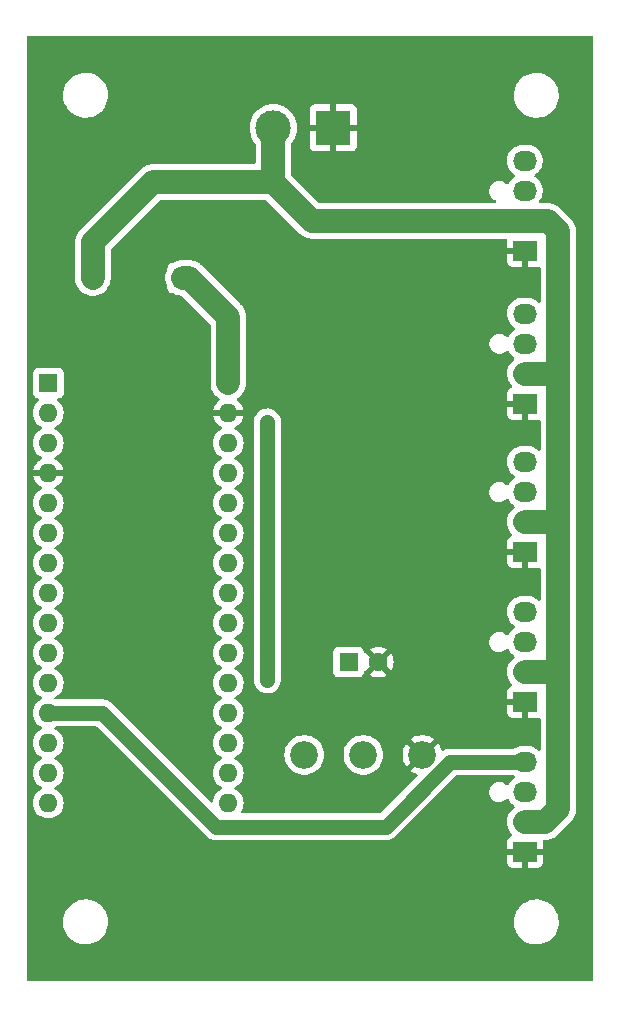
<source format=gbr>
%TF.GenerationSoftware,KiCad,Pcbnew,7.0.7*%
%TF.CreationDate,2024-01-02T15:01:12+01:00*%
%TF.ProjectId,fan-control,66616e2d-636f-46e7-9472-6f6c2e6b6963,rev?*%
%TF.SameCoordinates,Original*%
%TF.FileFunction,Copper,L2,Bot*%
%TF.FilePolarity,Positive*%
%FSLAX46Y46*%
G04 Gerber Fmt 4.6, Leading zero omitted, Abs format (unit mm)*
G04 Created by KiCad (PCBNEW 7.0.7) date 2024-01-02 15:01:12*
%MOMM*%
%LPD*%
G01*
G04 APERTURE LIST*
%TA.AperFunction,ComponentPad*%
%ADD10R,1.600000X1.600000*%
%TD*%
%TA.AperFunction,ComponentPad*%
%ADD11O,1.600000X1.600000*%
%TD*%
%TA.AperFunction,ComponentPad*%
%ADD12R,3.000000X3.000000*%
%TD*%
%TA.AperFunction,ComponentPad*%
%ADD13C,3.000000*%
%TD*%
%TA.AperFunction,ComponentPad*%
%ADD14C,2.340000*%
%TD*%
%TA.AperFunction,ComponentPad*%
%ADD15R,2.030000X1.730000*%
%TD*%
%TA.AperFunction,ComponentPad*%
%ADD16O,2.030000X1.730000*%
%TD*%
%TA.AperFunction,ComponentPad*%
%ADD17C,1.600000*%
%TD*%
%TA.AperFunction,ViaPad*%
%ADD18C,0.800000*%
%TD*%
%TA.AperFunction,Conductor*%
%ADD19C,1.270000*%
%TD*%
%TA.AperFunction,Conductor*%
%ADD20C,2.000000*%
%TD*%
G04 APERTURE END LIST*
D10*
%TO.P,SW1,1*%
%TO.N,Net-(A1-VIN)*%
X128227500Y-77470000D03*
D11*
%TO.P,SW1,2*%
%TO.N,12V*%
X120607500Y-77470000D03*
%TD*%
D12*
%TO.P,J6,1,Pin_1*%
%TO.N,GND*%
X140970000Y-64770000D03*
D13*
%TO.P,J6,2,Pin_2*%
%TO.N,12V*%
X135890000Y-64770000D03*
%TD*%
D14*
%TO.P,RV1,1,1*%
%TO.N,5V*%
X138510000Y-117856000D03*
%TO.P,RV1,2,2*%
%TO.N,SPEED_CONTROL*%
X143510000Y-117856000D03*
%TO.P,RV1,3,3*%
%TO.N,GND*%
X148510000Y-117856000D03*
%TD*%
D10*
%TO.P,A1,1,TX1*%
%TO.N,unconnected-(A1-TX1-Pad1)*%
X116840000Y-86360000D03*
D11*
%TO.P,A1,2,RX1*%
%TO.N,unconnected-(A1-RX1-Pad2)*%
X116840000Y-88900000D03*
%TO.P,A1,3,~{RESET}*%
%TO.N,unconnected-(A1-~{RESET}-Pad3)*%
X116840000Y-91440000D03*
%TO.P,A1,4,GND*%
%TO.N,GND*%
X116840000Y-93980000D03*
%TO.P,A1,5,D2*%
%TO.N,unconnected-(A1-D2-Pad5)*%
X116840000Y-96520000D03*
%TO.P,A1,6,D3*%
%TO.N,unconnected-(A1-D3-Pad6)*%
X116840000Y-99060000D03*
%TO.P,A1,7,D4*%
%TO.N,unconnected-(A1-D4-Pad7)*%
X116840000Y-101600000D03*
%TO.P,A1,8,D5*%
%TO.N,unconnected-(A1-D5-Pad8)*%
X116840000Y-104140000D03*
%TO.P,A1,9,D6*%
%TO.N,unconnected-(A1-D6-Pad9)*%
X116840000Y-106680000D03*
%TO.P,A1,10,D7*%
%TO.N,unconnected-(A1-D7-Pad10)*%
X116840000Y-109220000D03*
%TO.P,A1,11,D8*%
%TO.N,unconnected-(A1-D8-Pad11)*%
X116840000Y-111760000D03*
%TO.P,A1,12,D9*%
%TO.N,PWM*%
X116840000Y-114300000D03*
%TO.P,A1,13,D10*%
%TO.N,unconnected-(A1-D10-Pad13)*%
X116840000Y-116840000D03*
%TO.P,A1,14,MOSI*%
%TO.N,unconnected-(A1-MOSI-Pad14)*%
X116840000Y-119380000D03*
%TO.P,A1,15,MISO*%
%TO.N,unconnected-(A1-MISO-Pad15)*%
X116840000Y-121920000D03*
%TO.P,A1,16,SCK*%
%TO.N,unconnected-(A1-SCK-Pad16)*%
X132080000Y-121920000D03*
%TO.P,A1,17,3V3*%
%TO.N,unconnected-(A1-3V3-Pad17)*%
X132080000Y-119380000D03*
%TO.P,A1,18,AREF*%
%TO.N,unconnected-(A1-AREF-Pad18)*%
X132080000Y-116840000D03*
%TO.P,A1,19,A0*%
%TO.N,SPEED_CONTROL*%
X132080000Y-114300000D03*
%TO.P,A1,20,A1*%
%TO.N,SENSE_1*%
X132080000Y-111760000D03*
%TO.P,A1,21,A2*%
%TO.N,SENSE_2*%
X132080000Y-109220000D03*
%TO.P,A1,22,A3*%
%TO.N,SENSE_3*%
X132080000Y-106680000D03*
%TO.P,A1,23,SDA/A4*%
%TO.N,unconnected-(A1-SDA{slash}A4-Pad23)*%
X132080000Y-104140000D03*
%TO.P,A1,24,SCL/A5*%
%TO.N,unconnected-(A1-SCL{slash}A5-Pad24)*%
X132080000Y-101600000D03*
%TO.P,A1,25,A6*%
%TO.N,SENSE_4*%
X132080000Y-99060000D03*
%TO.P,A1,26,A7*%
%TO.N,SENSE_5*%
X132080000Y-96520000D03*
%TO.P,A1,27,+5V*%
%TO.N,5V*%
X132080000Y-93980000D03*
%TO.P,A1,28,~{RESET}*%
%TO.N,unconnected-(A1-~{RESET}-Pad28)*%
X132080000Y-91440000D03*
%TO.P,A1,29,GND*%
%TO.N,GND*%
X132080000Y-88900000D03*
%TO.P,A1,30,VIN*%
%TO.N,Net-(A1-VIN)*%
X132080000Y-86360000D03*
%TD*%
D15*
%TO.P,J2,1,Pin_1*%
%TO.N,GND*%
X157180000Y-113380000D03*
D16*
%TO.P,J2,2,Pin_2*%
%TO.N,12V*%
X157180000Y-110840000D03*
%TO.P,J2,3,Pin_3*%
%TO.N,SENSE_2*%
X157180000Y-108300000D03*
%TO.P,J2,4,Pin_4*%
%TO.N,PWM*%
X157180000Y-105760000D03*
%TD*%
D10*
%TO.P,C1,1*%
%TO.N,5V*%
X142280000Y-109996000D03*
D17*
%TO.P,C1,2*%
%TO.N,GND*%
X144780000Y-109996000D03*
%TD*%
D15*
%TO.P,J4,1,Pin_1*%
%TO.N,GND*%
X157180000Y-88128000D03*
D16*
%TO.P,J4,2,Pin_2*%
%TO.N,12V*%
X157180000Y-85588000D03*
%TO.P,J4,3,Pin_3*%
%TO.N,SENSE_4*%
X157180000Y-83048000D03*
%TO.P,J4,4,Pin_4*%
%TO.N,PWM*%
X157180000Y-80508000D03*
%TD*%
D15*
%TO.P,J5,1,Pin_1*%
%TO.N,GND*%
X157180000Y-75184000D03*
D16*
%TO.P,J5,2,Pin_2*%
%TO.N,12V*%
X157180000Y-72644000D03*
%TO.P,J5,3,Pin_3*%
%TO.N,SENSE_5*%
X157180000Y-70104000D03*
%TO.P,J5,4,Pin_4*%
%TO.N,PWM*%
X157180000Y-67564000D03*
%TD*%
D15*
%TO.P,J1,1,Pin_1*%
%TO.N,GND*%
X157180000Y-126080000D03*
D16*
%TO.P,J1,2,Pin_2*%
%TO.N,12V*%
X157180000Y-123540000D03*
%TO.P,J1,3,Pin_3*%
%TO.N,SENSE_1*%
X157180000Y-121000000D03*
%TO.P,J1,4,Pin_4*%
%TO.N,PWM*%
X157180000Y-118460000D03*
%TD*%
D15*
%TO.P,J3,1,Pin_1*%
%TO.N,GND*%
X157180000Y-100680000D03*
D16*
%TO.P,J3,2,Pin_2*%
%TO.N,12V*%
X157180000Y-98140000D03*
%TO.P,J3,3,Pin_3*%
%TO.N,SENSE_3*%
X157180000Y-95600000D03*
%TO.P,J3,4,Pin_4*%
%TO.N,PWM*%
X157180000Y-93060000D03*
%TD*%
D18*
%TO.N,5V*%
X135382000Y-104902000D03*
X135382000Y-111506000D03*
X135382000Y-89662000D03*
%TD*%
D19*
%TO.N,PWM*%
X145390920Y-123952000D02*
X131064000Y-123952000D01*
X131064000Y-123952000D02*
X121412000Y-114300000D01*
X150882920Y-118460000D02*
X145390920Y-123952000D01*
X157180000Y-118460000D02*
X150882920Y-118460000D01*
X121412000Y-114300000D02*
X116840000Y-114300000D01*
%TO.N,5V*%
X135382000Y-104902000D02*
X135382000Y-89662000D01*
X135382000Y-111506000D02*
X135382000Y-104902000D01*
D20*
%TO.N,Net-(A1-VIN)*%
X128227500Y-77470000D02*
X128778000Y-77470000D01*
X132080000Y-80772000D02*
X132080000Y-86360000D01*
X128778000Y-77470000D02*
X132080000Y-80772000D01*
%TO.N,12V*%
X157180000Y-98140000D02*
X159416000Y-98140000D01*
X120607500Y-74464500D02*
X125730000Y-69342000D01*
X159416000Y-98140000D02*
X160020000Y-97536000D01*
X160020000Y-85344000D02*
X160020000Y-73544000D01*
X158908000Y-123540000D02*
X160020000Y-122428000D01*
X157180000Y-72644000D02*
X139192000Y-72644000D01*
X120607500Y-77470000D02*
X120607500Y-74464500D01*
X135890000Y-69342000D02*
X135890000Y-64770000D01*
X157180000Y-85588000D02*
X159776000Y-85588000D01*
X125730000Y-69342000D02*
X135890000Y-69342000D01*
X160020000Y-97536000D02*
X160020000Y-85344000D01*
X157180000Y-110840000D02*
X159924000Y-110840000D01*
X139192000Y-72644000D02*
X135890000Y-69342000D01*
X159776000Y-85588000D02*
X160020000Y-85344000D01*
X160020000Y-73544000D02*
X159120000Y-72644000D01*
X160020000Y-122428000D02*
X160020000Y-109728000D01*
X157180000Y-123540000D02*
X158908000Y-123540000D01*
X159120000Y-72644000D02*
X157180000Y-72644000D01*
X159924000Y-110840000D02*
X160020000Y-110744000D01*
X160020000Y-109728000D02*
X160020000Y-97536000D01*
%TD*%
%TA.AperFunction,Conductor*%
%TO.N,GND*%
G36*
X162942539Y-57020185D02*
G01*
X162988294Y-57072989D01*
X162999500Y-57124500D01*
X162999500Y-136875500D01*
X162979815Y-136942539D01*
X162927011Y-136988294D01*
X162875500Y-136999500D01*
X115124500Y-136999500D01*
X115057461Y-136979815D01*
X115011706Y-136927011D01*
X115000500Y-136875500D01*
X115000500Y-132069594D01*
X118095686Y-132069594D01*
X118126114Y-132346125D01*
X118196478Y-132615272D01*
X118251726Y-132745283D01*
X118305284Y-132871314D01*
X118450205Y-133108776D01*
X118450212Y-133108786D01*
X118628161Y-133322616D01*
X118628167Y-133322621D01*
X118793918Y-133471133D01*
X118835357Y-133508263D01*
X119067373Y-133661763D01*
X119319267Y-133779846D01*
X119319274Y-133779848D01*
X119319276Y-133779849D01*
X119585657Y-133859992D01*
X119585664Y-133859993D01*
X119585669Y-133859995D01*
X119860901Y-133900500D01*
X119860906Y-133900500D01*
X120069469Y-133900500D01*
X120129862Y-133896079D01*
X120277455Y-133885277D01*
X120548997Y-133824788D01*
X120808838Y-133725408D01*
X121051440Y-133589253D01*
X121271632Y-133419226D01*
X121464722Y-133218951D01*
X121626593Y-132992696D01*
X121702580Y-132844900D01*
X121753790Y-132745298D01*
X121753794Y-132745288D01*
X121753797Y-132745283D01*
X121843621Y-132481986D01*
X121894152Y-132208416D01*
X121899226Y-132069594D01*
X156255686Y-132069594D01*
X156286114Y-132346125D01*
X156356478Y-132615272D01*
X156411726Y-132745283D01*
X156465284Y-132871314D01*
X156610205Y-133108776D01*
X156610212Y-133108786D01*
X156788161Y-133322616D01*
X156788167Y-133322621D01*
X156953918Y-133471133D01*
X156995357Y-133508263D01*
X157227373Y-133661763D01*
X157479267Y-133779846D01*
X157479274Y-133779848D01*
X157479276Y-133779849D01*
X157745657Y-133859992D01*
X157745664Y-133859993D01*
X157745669Y-133859995D01*
X158020901Y-133900500D01*
X158020906Y-133900500D01*
X158229469Y-133900500D01*
X158289862Y-133896079D01*
X158437455Y-133885277D01*
X158708997Y-133824788D01*
X158968838Y-133725408D01*
X159211440Y-133589253D01*
X159431632Y-133419226D01*
X159624722Y-133218951D01*
X159786593Y-132992696D01*
X159862580Y-132844900D01*
X159913790Y-132745298D01*
X159913794Y-132745288D01*
X159913797Y-132745283D01*
X160003621Y-132481986D01*
X160054152Y-132208416D01*
X160064313Y-131930404D01*
X160033886Y-131653876D01*
X159963520Y-131384724D01*
X159854716Y-131128686D01*
X159709792Y-130891219D01*
X159618112Y-130781053D01*
X159531838Y-130677383D01*
X159531832Y-130677378D01*
X159324643Y-130491737D01*
X159092629Y-130338238D01*
X159092627Y-130338237D01*
X158840733Y-130220154D01*
X158840728Y-130220152D01*
X158840723Y-130220150D01*
X158574342Y-130140007D01*
X158574328Y-130140004D01*
X158455565Y-130122526D01*
X158299099Y-130099500D01*
X158090537Y-130099500D01*
X158090531Y-130099500D01*
X157882545Y-130114723D01*
X157882535Y-130114724D01*
X157611007Y-130175210D01*
X157610997Y-130175213D01*
X157351161Y-130274592D01*
X157108561Y-130410746D01*
X157108556Y-130410749D01*
X156888369Y-130580772D01*
X156888359Y-130580781D01*
X156695281Y-130781045D01*
X156695274Y-130781053D01*
X156533412Y-131007295D01*
X156533405Y-131007307D01*
X156406209Y-131254701D01*
X156406205Y-131254711D01*
X156316379Y-131518012D01*
X156316378Y-131518018D01*
X156265848Y-131791584D01*
X156265847Y-131791591D01*
X156255686Y-132069594D01*
X121899226Y-132069594D01*
X121904313Y-131930404D01*
X121873886Y-131653876D01*
X121803520Y-131384724D01*
X121694716Y-131128686D01*
X121549792Y-130891219D01*
X121458112Y-130781053D01*
X121371838Y-130677383D01*
X121371832Y-130677378D01*
X121164643Y-130491737D01*
X120932629Y-130338238D01*
X120932627Y-130338237D01*
X120680733Y-130220154D01*
X120680728Y-130220152D01*
X120680723Y-130220150D01*
X120414342Y-130140007D01*
X120414328Y-130140004D01*
X120295565Y-130122526D01*
X120139099Y-130099500D01*
X119930537Y-130099500D01*
X119930531Y-130099500D01*
X119722545Y-130114723D01*
X119722535Y-130114724D01*
X119451007Y-130175210D01*
X119450997Y-130175213D01*
X119191161Y-130274592D01*
X118948561Y-130410746D01*
X118948556Y-130410749D01*
X118728369Y-130580772D01*
X118728359Y-130580781D01*
X118535281Y-130781045D01*
X118535274Y-130781053D01*
X118373412Y-131007295D01*
X118373405Y-131007307D01*
X118246209Y-131254701D01*
X118246205Y-131254711D01*
X118156379Y-131518012D01*
X118156378Y-131518018D01*
X118105848Y-131791584D01*
X118105847Y-131791591D01*
X118095686Y-132069594D01*
X115000500Y-132069594D01*
X115000500Y-121920001D01*
X115534532Y-121920001D01*
X115554364Y-122146686D01*
X115554366Y-122146697D01*
X115613258Y-122366488D01*
X115613261Y-122366497D01*
X115709431Y-122572732D01*
X115709432Y-122572734D01*
X115839954Y-122759141D01*
X116000858Y-122920045D01*
X116000861Y-122920047D01*
X116187266Y-123050568D01*
X116393504Y-123146739D01*
X116613308Y-123205635D01*
X116775230Y-123219801D01*
X116839998Y-123225468D01*
X116840000Y-123225468D01*
X116840002Y-123225468D01*
X116896672Y-123220509D01*
X117066692Y-123205635D01*
X117286496Y-123146739D01*
X117492734Y-123050568D01*
X117679139Y-122920047D01*
X117840047Y-122759139D01*
X117970568Y-122572734D01*
X118066739Y-122366496D01*
X118125635Y-122146692D01*
X118145468Y-121920000D01*
X118125635Y-121693308D01*
X118080916Y-121526415D01*
X118066741Y-121473511D01*
X118066738Y-121473502D01*
X117970568Y-121267266D01*
X117840047Y-121080861D01*
X117840045Y-121080858D01*
X117679141Y-120919954D01*
X117492734Y-120789432D01*
X117492728Y-120789429D01*
X117434725Y-120762382D01*
X117382285Y-120716210D01*
X117363133Y-120649017D01*
X117383348Y-120582135D01*
X117434725Y-120537618D01*
X117492734Y-120510568D01*
X117679139Y-120380047D01*
X117840047Y-120219139D01*
X117970568Y-120032734D01*
X118066739Y-119826496D01*
X118125635Y-119606692D01*
X118145468Y-119380000D01*
X118125635Y-119153308D01*
X118066739Y-118933504D01*
X117970568Y-118727266D01*
X117840047Y-118540861D01*
X117840045Y-118540858D01*
X117679141Y-118379954D01*
X117492734Y-118249432D01*
X117492728Y-118249429D01*
X117434725Y-118222382D01*
X117382285Y-118176210D01*
X117363133Y-118109017D01*
X117383348Y-118042135D01*
X117434725Y-117997618D01*
X117492734Y-117970568D01*
X117679139Y-117840047D01*
X117840047Y-117679139D01*
X117970568Y-117492734D01*
X118066739Y-117286496D01*
X118125635Y-117066692D01*
X118145468Y-116840000D01*
X118125635Y-116613308D01*
X118069885Y-116405244D01*
X118066741Y-116393511D01*
X118066738Y-116393502D01*
X118021559Y-116296616D01*
X117970568Y-116187266D01*
X117840047Y-116000861D01*
X117840045Y-116000858D01*
X117679141Y-115839954D01*
X117492734Y-115709432D01*
X117492732Y-115709431D01*
X117434725Y-115682382D01*
X117382286Y-115636209D01*
X117363134Y-115569016D01*
X117383350Y-115502135D01*
X117434725Y-115457618D01*
X117457242Y-115447118D01*
X117509647Y-115435500D01*
X120890299Y-115435500D01*
X120957338Y-115455185D01*
X120977979Y-115471818D01*
X125585027Y-120078867D01*
X130186721Y-124680561D01*
X130200049Y-124696317D01*
X130201942Y-124698976D01*
X130201944Y-124698978D01*
X130270621Y-124764461D01*
X130299316Y-124793157D01*
X130299337Y-124793176D01*
X130303323Y-124796467D01*
X130308069Y-124800385D01*
X130311373Y-124803318D01*
X130358889Y-124848624D01*
X130390082Y-124868670D01*
X130396028Y-124873010D01*
X130419822Y-124892656D01*
X130424652Y-124896644D01*
X130451214Y-124911147D01*
X130482303Y-124928122D01*
X130486085Y-124930367D01*
X130541317Y-124965863D01*
X130575744Y-124979644D01*
X130582413Y-124982786D01*
X130614974Y-125000567D01*
X130614972Y-125000567D01*
X130677527Y-125020563D01*
X130681672Y-125022053D01*
X130742638Y-125046460D01*
X130779053Y-125053478D01*
X130786193Y-125055299D01*
X130821534Y-125066597D01*
X130821536Y-125066597D01*
X130821539Y-125066598D01*
X130850645Y-125070077D01*
X130886734Y-125074392D01*
X130891075Y-125075068D01*
X130955573Y-125087500D01*
X130992662Y-125087500D01*
X131000029Y-125087939D01*
X131003494Y-125088353D01*
X131036855Y-125092342D01*
X131102348Y-125087657D01*
X131106770Y-125087500D01*
X145285758Y-125087500D01*
X145306322Y-125089216D01*
X145309546Y-125089759D01*
X145402376Y-125087549D01*
X145404439Y-125087500D01*
X145445002Y-125087500D01*
X145445011Y-125087500D01*
X145445020Y-125087499D01*
X145445022Y-125087499D01*
X145445723Y-125087431D01*
X145456289Y-125086422D01*
X145460683Y-125086160D01*
X145526339Y-125084598D01*
X145552068Y-125079000D01*
X145562573Y-125076716D01*
X145569865Y-125075578D01*
X145575164Y-125075072D01*
X145606792Y-125072052D01*
X145669820Y-125053544D01*
X145674065Y-125052461D01*
X145738237Y-125038502D01*
X145772325Y-125023903D01*
X145779263Y-125021409D01*
X145814862Y-125010957D01*
X145868996Y-124983048D01*
X145873227Y-124980867D01*
X145877234Y-124978979D01*
X145937583Y-124953137D01*
X145968300Y-124932346D01*
X145974650Y-124928579D01*
X145975750Y-124928011D01*
X146007610Y-124911588D01*
X146059233Y-124870989D01*
X146062790Y-124868393D01*
X146069025Y-124864173D01*
X146117170Y-124831589D01*
X146143395Y-124805362D01*
X146148912Y-124800465D01*
X146178069Y-124777538D01*
X146221082Y-124727897D01*
X146224063Y-124724694D01*
X151316940Y-119631819D01*
X151378264Y-119598334D01*
X151404622Y-119595500D01*
X156230445Y-119595500D01*
X156290919Y-119611246D01*
X156309629Y-119621698D01*
X156358555Y-119671578D01*
X156372748Y-119739991D01*
X156347701Y-119805217D01*
X156318592Y-119832687D01*
X156169065Y-119933749D01*
X156001251Y-120094586D01*
X155863035Y-120281467D01*
X155863029Y-120281476D01*
X155821517Y-120363810D01*
X155773759Y-120414809D01*
X155706010Y-120431892D01*
X155639780Y-120409634D01*
X155616287Y-120388260D01*
X155608337Y-120378900D01*
X155608336Y-120378899D01*
X155608335Y-120378898D01*
X155529448Y-120318930D01*
X155461064Y-120266946D01*
X155293167Y-120189268D01*
X155293163Y-120189266D01*
X155112497Y-120149500D01*
X154973887Y-120149500D01*
X154973883Y-120149500D01*
X154836088Y-120164486D01*
X154660776Y-120223557D01*
X154660774Y-120223558D01*
X154502262Y-120318931D01*
X154502261Y-120318932D01*
X154367959Y-120446149D01*
X154264138Y-120599276D01*
X154195669Y-120771122D01*
X154165740Y-120953685D01*
X154175755Y-121138406D01*
X154175755Y-121138411D01*
X154225244Y-121316656D01*
X154225247Y-121316662D01*
X154311898Y-121480102D01*
X154394046Y-121576814D01*
X154431663Y-121621100D01*
X154578936Y-121733054D01*
X154746833Y-121810732D01*
X154746834Y-121810732D01*
X154746836Y-121810733D01*
X154801648Y-121822797D01*
X154927503Y-121850500D01*
X154927506Y-121850500D01*
X155066107Y-121850500D01*
X155066113Y-121850500D01*
X155203910Y-121835514D01*
X155379221Y-121776444D01*
X155537736Y-121681070D01*
X155621465Y-121601756D01*
X155683672Y-121569945D01*
X155753203Y-121576814D01*
X155807983Y-121620184D01*
X155812315Y-121626743D01*
X155853304Y-121693313D01*
X155928170Y-121814903D01*
X155928171Y-121814905D01*
X155928173Y-121814907D01*
X156081741Y-121989395D01*
X156081743Y-121989396D01*
X156081746Y-121989400D01*
X156262583Y-122135415D01*
X156266953Y-122138369D01*
X156265556Y-122140435D01*
X156307190Y-122182908D01*
X156321361Y-122251326D01*
X156296292Y-122316543D01*
X156265597Y-122345053D01*
X156255214Y-122351836D01*
X156255213Y-122351837D01*
X156072261Y-122520257D01*
X155919523Y-122716494D01*
X155919522Y-122716496D01*
X155801173Y-122935187D01*
X155801169Y-122935197D01*
X155792891Y-122959307D01*
X155789610Y-122967092D01*
X155758389Y-123029018D01*
X155758386Y-123029024D01*
X155690322Y-123251272D01*
X155690321Y-123251277D01*
X155660798Y-123481837D01*
X155670662Y-123714066D01*
X155670662Y-123714067D01*
X155719634Y-123941296D01*
X155799165Y-124139217D01*
X155800273Y-124142194D01*
X155801172Y-124144810D01*
X155801174Y-124144814D01*
X155802981Y-124148933D01*
X155803796Y-124150743D01*
X155806300Y-124156974D01*
X155806302Y-124156979D01*
X155817401Y-124175004D01*
X155819133Y-124178002D01*
X155919519Y-124363499D01*
X155919523Y-124363505D01*
X156062724Y-124547490D01*
X156088366Y-124612484D01*
X156074799Y-124681024D01*
X156026331Y-124731349D01*
X156008204Y-124739834D01*
X155922911Y-124771646D01*
X155922906Y-124771649D01*
X155807812Y-124857809D01*
X155807809Y-124857812D01*
X155721649Y-124972906D01*
X155721645Y-124972913D01*
X155671403Y-125107620D01*
X155671401Y-125107627D01*
X155665000Y-125167155D01*
X155665000Y-125830000D01*
X156556231Y-125830000D01*
X156623270Y-125849685D01*
X156669025Y-125902489D01*
X156678969Y-125971647D01*
X156675208Y-125988936D01*
X156670000Y-126006672D01*
X156670000Y-126153327D01*
X156675208Y-126171064D01*
X156675208Y-126240934D01*
X156637434Y-126299712D01*
X156573879Y-126328738D01*
X156556231Y-126330000D01*
X155665000Y-126330000D01*
X155665000Y-126992844D01*
X155671401Y-127052372D01*
X155671403Y-127052379D01*
X155721645Y-127187086D01*
X155721649Y-127187093D01*
X155807809Y-127302187D01*
X155807812Y-127302190D01*
X155922906Y-127388350D01*
X155922913Y-127388354D01*
X156057620Y-127438596D01*
X156057627Y-127438598D01*
X156117155Y-127444999D01*
X156117172Y-127445000D01*
X156930000Y-127445000D01*
X156930000Y-126702403D01*
X156949685Y-126635364D01*
X157002489Y-126589609D01*
X157071646Y-126579665D01*
X157143527Y-126590000D01*
X157143530Y-126590000D01*
X157216470Y-126590000D01*
X157216473Y-126590000D01*
X157288353Y-126579665D01*
X157357512Y-126589609D01*
X157410316Y-126635364D01*
X157430000Y-126702403D01*
X157430000Y-127445000D01*
X158242828Y-127445000D01*
X158242844Y-127444999D01*
X158302372Y-127438598D01*
X158302379Y-127438596D01*
X158437086Y-127388354D01*
X158437093Y-127388350D01*
X158552187Y-127302190D01*
X158552190Y-127302187D01*
X158638350Y-127187093D01*
X158638354Y-127187086D01*
X158688596Y-127052379D01*
X158688598Y-127052372D01*
X158694999Y-126992844D01*
X158695000Y-126992827D01*
X158695000Y-126330000D01*
X157803769Y-126330000D01*
X157736730Y-126310315D01*
X157690975Y-126257511D01*
X157681031Y-126188353D01*
X157684792Y-126171064D01*
X157690000Y-126153327D01*
X157690000Y-126006672D01*
X157684792Y-125988936D01*
X157684792Y-125919066D01*
X157722566Y-125860288D01*
X157786121Y-125831262D01*
X157803769Y-125830000D01*
X158695000Y-125830000D01*
X158695000Y-125165978D01*
X158714685Y-125098939D01*
X158767489Y-125053184D01*
X158834340Y-125042931D01*
X158845779Y-125044357D01*
X158845779Y-125044356D01*
X158845780Y-125044357D01*
X158939035Y-125040500D01*
X158970066Y-125040500D01*
X158970067Y-125040500D01*
X159000990Y-125037937D01*
X159094237Y-125034081D01*
X159120982Y-125028472D01*
X159128582Y-125027364D01*
X159155821Y-125025108D01*
X159155824Y-125025107D01*
X159155826Y-125025107D01*
X159155829Y-125025106D01*
X159246288Y-125002198D01*
X159254062Y-125000568D01*
X159337614Y-124983049D01*
X159363077Y-124973112D01*
X159370374Y-124970774D01*
X159396881Y-124964063D01*
X159482335Y-124926579D01*
X159569274Y-124892656D01*
X159592761Y-124878659D01*
X159599581Y-124875149D01*
X159624607Y-124864173D01*
X159702720Y-124813139D01*
X159782894Y-124765366D01*
X159803754Y-124747697D01*
X159809894Y-124743117D01*
X159832785Y-124728164D01*
X159901435Y-124664966D01*
X159925126Y-124644902D01*
X159947078Y-124622949D01*
X160015738Y-124559744D01*
X160032530Y-124538167D01*
X160037604Y-124532422D01*
X161012426Y-123557599D01*
X161018163Y-123552534D01*
X161039744Y-123535738D01*
X161102960Y-123467066D01*
X161124901Y-123445126D01*
X161124900Y-123445128D01*
X161144955Y-123421447D01*
X161144955Y-123421446D01*
X161208164Y-123352785D01*
X161223117Y-123329894D01*
X161227697Y-123323754D01*
X161245366Y-123302894D01*
X161293134Y-123222727D01*
X161344173Y-123144607D01*
X161355148Y-123119584D01*
X161358668Y-123112747D01*
X161372655Y-123089274D01*
X161387758Y-123050567D01*
X161406574Y-123002348D01*
X161425453Y-122959307D01*
X161444063Y-122916881D01*
X161450774Y-122890374D01*
X161453112Y-122883077D01*
X161463049Y-122857614D01*
X161482196Y-122766297D01*
X161505108Y-122675821D01*
X161507364Y-122648583D01*
X161508471Y-122640980D01*
X161514080Y-122614237D01*
X161517936Y-122521005D01*
X161520500Y-122490067D01*
X161520500Y-122459026D01*
X161524357Y-122365779D01*
X161520975Y-122338653D01*
X161520500Y-122330981D01*
X161520500Y-110775034D01*
X161524357Y-110681778D01*
X161520976Y-110654655D01*
X161520500Y-110646980D01*
X161520500Y-97567035D01*
X161524357Y-97473779D01*
X161520976Y-97446656D01*
X161520500Y-97438981D01*
X161520500Y-85375026D01*
X161524357Y-85281779D01*
X161520976Y-85254656D01*
X161520500Y-85246981D01*
X161520500Y-73641018D01*
X161520977Y-73633342D01*
X161522276Y-73622914D01*
X161524357Y-73606221D01*
X161520500Y-73512973D01*
X161520500Y-73481933D01*
X161517936Y-73450994D01*
X161514080Y-73357763D01*
X161508471Y-73331018D01*
X161507364Y-73323415D01*
X161505108Y-73296179D01*
X161482196Y-73205702D01*
X161463049Y-73114386D01*
X161453116Y-73088932D01*
X161450771Y-73081609D01*
X161450340Y-73079908D01*
X161444063Y-73055119D01*
X161406579Y-72969664D01*
X161372656Y-72882726D01*
X161372653Y-72882720D01*
X161366656Y-72872657D01*
X161358663Y-72859243D01*
X161355147Y-72852412D01*
X161344173Y-72827393D01*
X161344172Y-72827392D01*
X161293139Y-72749278D01*
X161245365Y-72669105D01*
X161227704Y-72648253D01*
X161223106Y-72642086D01*
X161208166Y-72619218D01*
X161208165Y-72619217D01*
X161208164Y-72619215D01*
X161144966Y-72550564D01*
X161124902Y-72526874D01*
X161124894Y-72526865D01*
X161102950Y-72504921D01*
X161039747Y-72436265D01*
X161039746Y-72436264D01*
X161039744Y-72436262D01*
X161018174Y-72419473D01*
X161012412Y-72414384D01*
X160249615Y-71651587D01*
X160244524Y-71645822D01*
X160227739Y-71624257D01*
X160159078Y-71561049D01*
X160137129Y-71539100D01*
X160113435Y-71519033D01*
X160044786Y-71455837D01*
X160044785Y-71455836D01*
X160021904Y-71440887D01*
X160015747Y-71436296D01*
X159994894Y-71418634D01*
X159914720Y-71370860D01*
X159836607Y-71319827D01*
X159836604Y-71319825D01*
X159811588Y-71308852D01*
X159804750Y-71305332D01*
X159781275Y-71291344D01*
X159694335Y-71257420D01*
X159608881Y-71219937D01*
X159608877Y-71219936D01*
X159608875Y-71219935D01*
X159582387Y-71213227D01*
X159575067Y-71210882D01*
X159558593Y-71204454D01*
X159549614Y-71200951D01*
X159458288Y-71181801D01*
X159458288Y-71181800D01*
X159367819Y-71158891D01*
X159340590Y-71156635D01*
X159332983Y-71155526D01*
X159312986Y-71151334D01*
X159306237Y-71149919D01*
X159306235Y-71149918D01*
X159212990Y-71146062D01*
X159182067Y-71143500D01*
X159182064Y-71143500D01*
X159151035Y-71143500D01*
X159057780Y-71139643D01*
X159057779Y-71139643D01*
X159030652Y-71143024D01*
X159022981Y-71143500D01*
X158505518Y-71143500D01*
X158438479Y-71123815D01*
X158392724Y-71071011D01*
X158382780Y-71001853D01*
X158405822Y-70945766D01*
X158425687Y-70918907D01*
X158496967Y-70822530D01*
X158601613Y-70614976D01*
X158669678Y-70392723D01*
X158699202Y-70162163D01*
X158689337Y-69929930D01*
X158640366Y-69702705D01*
X158553699Y-69487024D01*
X158434398Y-69293268D01*
X158431829Y-69289096D01*
X158431828Y-69289095D01*
X158431827Y-69289093D01*
X158278259Y-69114605D01*
X158278256Y-69114602D01*
X158278253Y-69114599D01*
X158097416Y-68968584D01*
X158097410Y-68968580D01*
X158050370Y-68942302D01*
X158001444Y-68892422D01*
X157987251Y-68824009D01*
X158012298Y-68758784D01*
X158041407Y-68731313D01*
X158088594Y-68699420D01*
X158190936Y-68630249D01*
X158358749Y-68469413D01*
X158496967Y-68282530D01*
X158601613Y-68074976D01*
X158669678Y-67852723D01*
X158699202Y-67622163D01*
X158689337Y-67389930D01*
X158640366Y-67162705D01*
X158553699Y-66947024D01*
X158431827Y-66749093D01*
X158278259Y-66574605D01*
X158278256Y-66574602D01*
X158278253Y-66574599D01*
X158097416Y-66428584D01*
X158097410Y-66428579D01*
X157894488Y-66315220D01*
X157675323Y-66237784D01*
X157675313Y-66237781D01*
X157446230Y-66198500D01*
X157446221Y-66198500D01*
X156971993Y-66198500D01*
X156971987Y-66198500D01*
X156798399Y-66213273D01*
X156573453Y-66271845D01*
X156573449Y-66271846D01*
X156361654Y-66367583D01*
X156361642Y-66367590D01*
X156169065Y-66497749D01*
X156001251Y-66658586D01*
X155863035Y-66845467D01*
X155863032Y-66845471D01*
X155758387Y-67053022D01*
X155690321Y-67275278D01*
X155660798Y-67505837D01*
X155670662Y-67738066D01*
X155670662Y-67738067D01*
X155719634Y-67965296D01*
X155795395Y-68153836D01*
X155806301Y-68180976D01*
X155862715Y-68272598D01*
X155928170Y-68378903D01*
X155928171Y-68378905D01*
X155928173Y-68378907D01*
X156081741Y-68553395D01*
X156081743Y-68553396D01*
X156081746Y-68553400D01*
X156262583Y-68699415D01*
X156262593Y-68699422D01*
X156309630Y-68725699D01*
X156358556Y-68775578D01*
X156372748Y-68843992D01*
X156347700Y-68909217D01*
X156318592Y-68936687D01*
X156169065Y-69037749D01*
X156001251Y-69198586D01*
X155863035Y-69385467D01*
X155863029Y-69385476D01*
X155821517Y-69467810D01*
X155773759Y-69518809D01*
X155706010Y-69535892D01*
X155639780Y-69513634D01*
X155616287Y-69492260D01*
X155608337Y-69482900D01*
X155608336Y-69482899D01*
X155608335Y-69482898D01*
X155529448Y-69422930D01*
X155461064Y-69370946D01*
X155293167Y-69293268D01*
X155293163Y-69293266D01*
X155112497Y-69253500D01*
X154973887Y-69253500D01*
X154973883Y-69253500D01*
X154836088Y-69268486D01*
X154660776Y-69327557D01*
X154660774Y-69327558D01*
X154502262Y-69422931D01*
X154502261Y-69422932D01*
X154367959Y-69550149D01*
X154264138Y-69703276D01*
X154195669Y-69875122D01*
X154165740Y-70057685D01*
X154175755Y-70242406D01*
X154175755Y-70242411D01*
X154225244Y-70420656D01*
X154225247Y-70420662D01*
X154311898Y-70584102D01*
X154394046Y-70680814D01*
X154431663Y-70725100D01*
X154578936Y-70837054D01*
X154730037Y-70906961D01*
X154782614Y-70952975D01*
X154801968Y-71020111D01*
X154781954Y-71087053D01*
X154728925Y-71132547D01*
X154677970Y-71143500D01*
X139864890Y-71143500D01*
X139797851Y-71123815D01*
X139777209Y-71107181D01*
X137426819Y-68756790D01*
X137393334Y-68695467D01*
X137390500Y-68669109D01*
X137390500Y-66317844D01*
X138970000Y-66317844D01*
X138976401Y-66377372D01*
X138976403Y-66377379D01*
X139026645Y-66512086D01*
X139026649Y-66512093D01*
X139112809Y-66627187D01*
X139112812Y-66627190D01*
X139227906Y-66713350D01*
X139227913Y-66713354D01*
X139362620Y-66763596D01*
X139362627Y-66763598D01*
X139422155Y-66769999D01*
X139422172Y-66770000D01*
X140720000Y-66770000D01*
X140720000Y-65648625D01*
X140739685Y-65581586D01*
X140792489Y-65535831D01*
X140861647Y-65525887D01*
X140872589Y-65527966D01*
X140881169Y-65530000D01*
X140881170Y-65530000D01*
X141014260Y-65530000D01*
X141014267Y-65530000D01*
X141081605Y-65522129D01*
X141150475Y-65533897D01*
X141202051Y-65581031D01*
X141220000Y-65645290D01*
X141220000Y-66770000D01*
X142517828Y-66770000D01*
X142517844Y-66769999D01*
X142577372Y-66763598D01*
X142577379Y-66763596D01*
X142712086Y-66713354D01*
X142712093Y-66713350D01*
X142827187Y-66627190D01*
X142827190Y-66627187D01*
X142913350Y-66512093D01*
X142913354Y-66512086D01*
X142963596Y-66377379D01*
X142963598Y-66377372D01*
X142969999Y-66317844D01*
X142970000Y-66317827D01*
X142970000Y-65020000D01*
X141848159Y-65020000D01*
X141781120Y-65000315D01*
X141735365Y-64947511D01*
X141724369Y-64888790D01*
X141733879Y-64725509D01*
X141733878Y-64725506D01*
X141723304Y-64665531D01*
X141731048Y-64596092D01*
X141775105Y-64541863D01*
X141841487Y-64520062D01*
X141845420Y-64520000D01*
X142970000Y-64520000D01*
X142970000Y-63222172D01*
X142969999Y-63222155D01*
X142963598Y-63162627D01*
X142963596Y-63162620D01*
X142913354Y-63027913D01*
X142913350Y-63027906D01*
X142827190Y-62912812D01*
X142827187Y-62912809D01*
X142712093Y-62826649D01*
X142712086Y-62826645D01*
X142577379Y-62776403D01*
X142577372Y-62776401D01*
X142517844Y-62770000D01*
X141220000Y-62770000D01*
X141220000Y-63891374D01*
X141200315Y-63958413D01*
X141147511Y-64004168D01*
X141078353Y-64014112D01*
X141067407Y-64012032D01*
X141058832Y-64010000D01*
X141058831Y-64010000D01*
X140925733Y-64010000D01*
X140858393Y-64017870D01*
X140789523Y-64006102D01*
X140737948Y-63958966D01*
X140720000Y-63894709D01*
X140720000Y-62770000D01*
X139422155Y-62770000D01*
X139362627Y-62776401D01*
X139362620Y-62776403D01*
X139227913Y-62826645D01*
X139227906Y-62826649D01*
X139112812Y-62912809D01*
X139112809Y-62912812D01*
X139026649Y-63027906D01*
X139026645Y-63027913D01*
X138976403Y-63162620D01*
X138976401Y-63162627D01*
X138970000Y-63222155D01*
X138970000Y-64520000D01*
X140091841Y-64520000D01*
X140158880Y-64539685D01*
X140204635Y-64592489D01*
X140215631Y-64651210D01*
X140206120Y-64814489D01*
X140206121Y-64814491D01*
X140216696Y-64874469D01*
X140208952Y-64943908D01*
X140164895Y-64998137D01*
X140098513Y-65019938D01*
X140094580Y-65020000D01*
X138970000Y-65020000D01*
X138970000Y-66317844D01*
X137390500Y-66317844D01*
X137390500Y-66145023D01*
X137410185Y-66077984D01*
X137415233Y-66070713D01*
X137485113Y-65977363D01*
X137577226Y-65854315D01*
X137714367Y-65603161D01*
X137814369Y-65335046D01*
X137875196Y-65055428D01*
X137895610Y-64770000D01*
X137875196Y-64484572D01*
X137871358Y-64466930D01*
X137814371Y-64204962D01*
X137814370Y-64204960D01*
X137814369Y-64204954D01*
X137714367Y-63936839D01*
X137694524Y-63900500D01*
X137577229Y-63685690D01*
X137577224Y-63685682D01*
X137405745Y-63456612D01*
X137405729Y-63456594D01*
X137203405Y-63254270D01*
X137203387Y-63254254D01*
X136974317Y-63082775D01*
X136974309Y-63082770D01*
X136723166Y-62945635D01*
X136723167Y-62945635D01*
X136615915Y-62905632D01*
X136455046Y-62845631D01*
X136455043Y-62845630D01*
X136455037Y-62845628D01*
X136175433Y-62784804D01*
X135890001Y-62764390D01*
X135889999Y-62764390D01*
X135604566Y-62784804D01*
X135324962Y-62845628D01*
X135056833Y-62945635D01*
X134805690Y-63082770D01*
X134805682Y-63082775D01*
X134576612Y-63254254D01*
X134576594Y-63254270D01*
X134374270Y-63456594D01*
X134374254Y-63456612D01*
X134202775Y-63685682D01*
X134202770Y-63685690D01*
X134065635Y-63936833D01*
X133965628Y-64204962D01*
X133904804Y-64484566D01*
X133884390Y-64769998D01*
X133884390Y-64770001D01*
X133904804Y-65055433D01*
X133965628Y-65335037D01*
X133965630Y-65335043D01*
X133965631Y-65335046D01*
X134035410Y-65522129D01*
X134065635Y-65603166D01*
X134202770Y-65854309D01*
X134202775Y-65854317D01*
X134364767Y-66070713D01*
X134389184Y-66136177D01*
X134389500Y-66145023D01*
X134389500Y-67717500D01*
X134369815Y-67784539D01*
X134317011Y-67830294D01*
X134265500Y-67841500D01*
X125827019Y-67841500D01*
X125819347Y-67841024D01*
X125792221Y-67837643D01*
X125792219Y-67837643D01*
X125698965Y-67841500D01*
X125667933Y-67841500D01*
X125637008Y-67844062D01*
X125637009Y-67844062D01*
X125543763Y-67847919D01*
X125543750Y-67847920D01*
X125517016Y-67853526D01*
X125509408Y-67854635D01*
X125482185Y-67856890D01*
X125482175Y-67856892D01*
X125391711Y-67879801D01*
X125300395Y-67898948D01*
X125300379Y-67898953D01*
X125274935Y-67908881D01*
X125267616Y-67911226D01*
X125241123Y-67917935D01*
X125155663Y-67955420D01*
X125068726Y-67989343D01*
X125068717Y-67989348D01*
X125045244Y-68003335D01*
X125038409Y-68006853D01*
X125013397Y-68017824D01*
X125013390Y-68017828D01*
X124935278Y-68068860D01*
X124855104Y-68116635D01*
X124834250Y-68134297D01*
X124828087Y-68138892D01*
X124805216Y-68153834D01*
X124775737Y-68180972D01*
X124736564Y-68217033D01*
X124717376Y-68233284D01*
X124712869Y-68237102D01*
X124690922Y-68259049D01*
X124622262Y-68322256D01*
X124605471Y-68343827D01*
X124600382Y-68349588D01*
X119615088Y-73334882D01*
X119609327Y-73339971D01*
X119587756Y-73356762D01*
X119524549Y-73425422D01*
X119502602Y-73447369D01*
X119502598Y-73447374D01*
X119482533Y-73471064D01*
X119472526Y-73481935D01*
X119419334Y-73539716D01*
X119404392Y-73562587D01*
X119399797Y-73568750D01*
X119382135Y-73589604D01*
X119334360Y-73669778D01*
X119283328Y-73747890D01*
X119283324Y-73747897D01*
X119272353Y-73772909D01*
X119268835Y-73779744D01*
X119254848Y-73803217D01*
X119254843Y-73803226D01*
X119220920Y-73890163D01*
X119183435Y-73975623D01*
X119176726Y-74002116D01*
X119174381Y-74009435D01*
X119164453Y-74034879D01*
X119164448Y-74034895D01*
X119145301Y-74126211D01*
X119122392Y-74216675D01*
X119122390Y-74216685D01*
X119120135Y-74243908D01*
X119119026Y-74251516D01*
X119113420Y-74278250D01*
X119113419Y-74278263D01*
X119109562Y-74371509D01*
X119107000Y-74402436D01*
X119107000Y-74433464D01*
X119103142Y-74526719D01*
X119103142Y-74526720D01*
X119106523Y-74553842D01*
X119107000Y-74561518D01*
X119107000Y-77532065D01*
X119122390Y-77717813D01*
X119122392Y-77717824D01*
X119183436Y-77958881D01*
X119283326Y-78186606D01*
X119419333Y-78394782D01*
X119419336Y-78394785D01*
X119587756Y-78577738D01*
X119783991Y-78730474D01*
X120002690Y-78848828D01*
X120237886Y-78929571D01*
X120483165Y-78970500D01*
X120731835Y-78970500D01*
X120977114Y-78929571D01*
X121212310Y-78848828D01*
X121431009Y-78730474D01*
X121627244Y-78577738D01*
X121795664Y-78394785D01*
X121931673Y-78186607D01*
X122031563Y-77958881D01*
X122092608Y-77717821D01*
X122108000Y-77532067D01*
X122108000Y-75137389D01*
X122127685Y-75070350D01*
X122144314Y-75049713D01*
X126315209Y-70878819D01*
X126376532Y-70845334D01*
X126402890Y-70842500D01*
X135217110Y-70842500D01*
X135284149Y-70862185D01*
X135304791Y-70878819D01*
X138062384Y-73636412D01*
X138067473Y-73642174D01*
X138084262Y-73663744D01*
X138084264Y-73663746D01*
X138084265Y-73663747D01*
X138152921Y-73726950D01*
X138173862Y-73747890D01*
X138174874Y-73748902D01*
X138198564Y-73768966D01*
X138267215Y-73832164D01*
X138267217Y-73832165D01*
X138267218Y-73832166D01*
X138290086Y-73847106D01*
X138296250Y-73851702D01*
X138317106Y-73869366D01*
X138349504Y-73888671D01*
X138397278Y-73917139D01*
X138448312Y-73950480D01*
X138475393Y-73968173D01*
X138500412Y-73979147D01*
X138507243Y-73982663D01*
X138520657Y-73990656D01*
X138530720Y-73996653D01*
X138530730Y-73996658D01*
X138617663Y-74030579D01*
X138627503Y-74034895D01*
X138703119Y-74068063D01*
X138727908Y-74074340D01*
X138729609Y-74074771D01*
X138736932Y-74077116D01*
X138762386Y-74087049D01*
X138853702Y-74106196D01*
X138944179Y-74129108D01*
X138971415Y-74131364D01*
X138979018Y-74132471D01*
X139005763Y-74138080D01*
X139098994Y-74141936D01*
X139129933Y-74144500D01*
X139129935Y-74144500D01*
X139160974Y-74144500D01*
X139254221Y-74148357D01*
X139270914Y-74146276D01*
X139281342Y-74144977D01*
X139289018Y-74144500D01*
X155541000Y-74144500D01*
X155608039Y-74164185D01*
X155653794Y-74216989D01*
X155665000Y-74268500D01*
X155665000Y-74934000D01*
X156556231Y-74934000D01*
X156623270Y-74953685D01*
X156669025Y-75006489D01*
X156678969Y-75075647D01*
X156675208Y-75092936D01*
X156670000Y-75110672D01*
X156670000Y-75257327D01*
X156675208Y-75275064D01*
X156675208Y-75344934D01*
X156637434Y-75403712D01*
X156573879Y-75432738D01*
X156556231Y-75434000D01*
X155665000Y-75434000D01*
X155665000Y-76096844D01*
X155671401Y-76156372D01*
X155671403Y-76156379D01*
X155721645Y-76291086D01*
X155721649Y-76291093D01*
X155807809Y-76406187D01*
X155807812Y-76406190D01*
X155922906Y-76492350D01*
X155922913Y-76492354D01*
X156057620Y-76542596D01*
X156057627Y-76542598D01*
X156117155Y-76548999D01*
X156117172Y-76549000D01*
X156930000Y-76549000D01*
X156930000Y-75806403D01*
X156949685Y-75739364D01*
X157002489Y-75693609D01*
X157071646Y-75683665D01*
X157143527Y-75694000D01*
X157143530Y-75694000D01*
X157216470Y-75694000D01*
X157216473Y-75694000D01*
X157288353Y-75683665D01*
X157357512Y-75693609D01*
X157410316Y-75739364D01*
X157430000Y-75806403D01*
X157430000Y-76549000D01*
X158242828Y-76549000D01*
X158242844Y-76548999D01*
X158302372Y-76542598D01*
X158302376Y-76542597D01*
X158352166Y-76524027D01*
X158421858Y-76519043D01*
X158483181Y-76552528D01*
X158516666Y-76613851D01*
X158519500Y-76640209D01*
X158519500Y-79464129D01*
X158499815Y-79531168D01*
X158447011Y-79576923D01*
X158377853Y-79586867D01*
X158314297Y-79557842D01*
X158302418Y-79546054D01*
X158278259Y-79518605D01*
X158278254Y-79518600D01*
X158097416Y-79372584D01*
X158097410Y-79372579D01*
X157894488Y-79259220D01*
X157675323Y-79181784D01*
X157675313Y-79181781D01*
X157446230Y-79142500D01*
X157446221Y-79142500D01*
X156971993Y-79142500D01*
X156971987Y-79142500D01*
X156798399Y-79157273D01*
X156573453Y-79215845D01*
X156573449Y-79215846D01*
X156361654Y-79311583D01*
X156361642Y-79311590D01*
X156169065Y-79441749D01*
X156001251Y-79602586D01*
X155863035Y-79789467D01*
X155863032Y-79789471D01*
X155758387Y-79997022D01*
X155690321Y-80219278D01*
X155660798Y-80449837D01*
X155670662Y-80682066D01*
X155670662Y-80682067D01*
X155719634Y-80909296D01*
X155806299Y-81124972D01*
X155928170Y-81322903D01*
X155928171Y-81322905D01*
X155928173Y-81322907D01*
X156081741Y-81497395D01*
X156081743Y-81497396D01*
X156081746Y-81497400D01*
X156262583Y-81643415D01*
X156262593Y-81643422D01*
X156309630Y-81669699D01*
X156358556Y-81719578D01*
X156372748Y-81787992D01*
X156347700Y-81853217D01*
X156318592Y-81880687D01*
X156169065Y-81981749D01*
X156001251Y-82142586D01*
X155863035Y-82329467D01*
X155863029Y-82329476D01*
X155821517Y-82411810D01*
X155773759Y-82462809D01*
X155706010Y-82479892D01*
X155639780Y-82457634D01*
X155616287Y-82436260D01*
X155608337Y-82426900D01*
X155608336Y-82426899D01*
X155608335Y-82426898D01*
X155529448Y-82366930D01*
X155461064Y-82314946D01*
X155293167Y-82237268D01*
X155293163Y-82237266D01*
X155112497Y-82197500D01*
X154973887Y-82197500D01*
X154973883Y-82197500D01*
X154836088Y-82212486D01*
X154660776Y-82271557D01*
X154660774Y-82271558D01*
X154502262Y-82366931D01*
X154502261Y-82366932D01*
X154367959Y-82494149D01*
X154264138Y-82647276D01*
X154195669Y-82819122D01*
X154165740Y-83001685D01*
X154175755Y-83186406D01*
X154175755Y-83186411D01*
X154225244Y-83364656D01*
X154225247Y-83364662D01*
X154311898Y-83528102D01*
X154394046Y-83624814D01*
X154431663Y-83669100D01*
X154578936Y-83781054D01*
X154746833Y-83858732D01*
X154746834Y-83858732D01*
X154746836Y-83858733D01*
X154801648Y-83870797D01*
X154927503Y-83898500D01*
X154927506Y-83898500D01*
X155066107Y-83898500D01*
X155066113Y-83898500D01*
X155203910Y-83883514D01*
X155379221Y-83824444D01*
X155537736Y-83729070D01*
X155621465Y-83649756D01*
X155683672Y-83617945D01*
X155753203Y-83624814D01*
X155807983Y-83668184D01*
X155812315Y-83674743D01*
X155845766Y-83729070D01*
X155928170Y-83862903D01*
X155928171Y-83862905D01*
X155928173Y-83862907D01*
X156081741Y-84037395D01*
X156081743Y-84037396D01*
X156081746Y-84037400D01*
X156262583Y-84183415D01*
X156266953Y-84186369D01*
X156265556Y-84188435D01*
X156307190Y-84230908D01*
X156321361Y-84299326D01*
X156296292Y-84364543D01*
X156265597Y-84393053D01*
X156255214Y-84399836D01*
X156255213Y-84399837D01*
X156072261Y-84568257D01*
X155919523Y-84764494D01*
X155919522Y-84764496D01*
X155801173Y-84983187D01*
X155801169Y-84983197D01*
X155792891Y-85007307D01*
X155789610Y-85015092D01*
X155758389Y-85077018D01*
X155758386Y-85077024D01*
X155690322Y-85299272D01*
X155690321Y-85299277D01*
X155660798Y-85529837D01*
X155670662Y-85762066D01*
X155670662Y-85762067D01*
X155719634Y-85989296D01*
X155799165Y-86187217D01*
X155800273Y-86190194D01*
X155801172Y-86192810D01*
X155801174Y-86192814D01*
X155802981Y-86196933D01*
X155803796Y-86198743D01*
X155806300Y-86204974D01*
X155806302Y-86204979D01*
X155817401Y-86223004D01*
X155819133Y-86226002D01*
X155919519Y-86411499D01*
X155919523Y-86411505D01*
X156062724Y-86595490D01*
X156088366Y-86660484D01*
X156074799Y-86729024D01*
X156026331Y-86779349D01*
X156008204Y-86787834D01*
X155922911Y-86819646D01*
X155922906Y-86819649D01*
X155807812Y-86905809D01*
X155807809Y-86905812D01*
X155721649Y-87020906D01*
X155721645Y-87020913D01*
X155671403Y-87155620D01*
X155671401Y-87155627D01*
X155665000Y-87215155D01*
X155665000Y-87878000D01*
X156556231Y-87878000D01*
X156623270Y-87897685D01*
X156669025Y-87950489D01*
X156678969Y-88019647D01*
X156675208Y-88036936D01*
X156670000Y-88054672D01*
X156670000Y-88201327D01*
X156675208Y-88219064D01*
X156675208Y-88288934D01*
X156637434Y-88347712D01*
X156573879Y-88376738D01*
X156556231Y-88378000D01*
X155665000Y-88378000D01*
X155665000Y-89040844D01*
X155671401Y-89100372D01*
X155671403Y-89100379D01*
X155721645Y-89235086D01*
X155721649Y-89235093D01*
X155807809Y-89350187D01*
X155807812Y-89350190D01*
X155922906Y-89436350D01*
X155922913Y-89436354D01*
X156057620Y-89486596D01*
X156057627Y-89486598D01*
X156117155Y-89492999D01*
X156117172Y-89493000D01*
X156930000Y-89493000D01*
X156930000Y-88750403D01*
X156949685Y-88683364D01*
X157002489Y-88637609D01*
X157071646Y-88627665D01*
X157143527Y-88638000D01*
X157143530Y-88638000D01*
X157216470Y-88638000D01*
X157216473Y-88638000D01*
X157288353Y-88627665D01*
X157357512Y-88637609D01*
X157410316Y-88683364D01*
X157430000Y-88750403D01*
X157430000Y-89493000D01*
X158242828Y-89493000D01*
X158242844Y-89492999D01*
X158302372Y-89486598D01*
X158302376Y-89486597D01*
X158352166Y-89468027D01*
X158421858Y-89463043D01*
X158483181Y-89496528D01*
X158516666Y-89557851D01*
X158519500Y-89584209D01*
X158519500Y-92016129D01*
X158499815Y-92083168D01*
X158447011Y-92128923D01*
X158377853Y-92138867D01*
X158314297Y-92109842D01*
X158302418Y-92098054D01*
X158278259Y-92070605D01*
X158278254Y-92070600D01*
X158097416Y-91924584D01*
X158097410Y-91924579D01*
X157894488Y-91811220D01*
X157675323Y-91733784D01*
X157675313Y-91733781D01*
X157446230Y-91694500D01*
X157446221Y-91694500D01*
X156971993Y-91694500D01*
X156971987Y-91694500D01*
X156798399Y-91709273D01*
X156573453Y-91767845D01*
X156573449Y-91767846D01*
X156361654Y-91863583D01*
X156361642Y-91863590D01*
X156169065Y-91993749D01*
X156001251Y-92154586D01*
X155863035Y-92341467D01*
X155863032Y-92341471D01*
X155758387Y-92549022D01*
X155690321Y-92771278D01*
X155660798Y-93001837D01*
X155670662Y-93234066D01*
X155670662Y-93234067D01*
X155719634Y-93461296D01*
X155806299Y-93676972D01*
X155806301Y-93676976D01*
X155839727Y-93731262D01*
X155928170Y-93874903D01*
X155928171Y-93874905D01*
X155928173Y-93874907D01*
X156081741Y-94049395D01*
X156081743Y-94049396D01*
X156081746Y-94049400D01*
X156262583Y-94195415D01*
X156262593Y-94195422D01*
X156309630Y-94221699D01*
X156358556Y-94271578D01*
X156372748Y-94339992D01*
X156347700Y-94405217D01*
X156318592Y-94432687D01*
X156169065Y-94533749D01*
X156001251Y-94694586D01*
X155863035Y-94881467D01*
X155863029Y-94881476D01*
X155821517Y-94963810D01*
X155773759Y-95014809D01*
X155706010Y-95031892D01*
X155639780Y-95009634D01*
X155616287Y-94988260D01*
X155608337Y-94978900D01*
X155608336Y-94978899D01*
X155608335Y-94978898D01*
X155529448Y-94918930D01*
X155461064Y-94866946D01*
X155293167Y-94789268D01*
X155293163Y-94789266D01*
X155112497Y-94749500D01*
X154973887Y-94749500D01*
X154973883Y-94749500D01*
X154836088Y-94764486D01*
X154660776Y-94823557D01*
X154660774Y-94823558D01*
X154502262Y-94918931D01*
X154502261Y-94918932D01*
X154367959Y-95046149D01*
X154264138Y-95199276D01*
X154195669Y-95371122D01*
X154165740Y-95553685D01*
X154175755Y-95738406D01*
X154175755Y-95738411D01*
X154225244Y-95916656D01*
X154225247Y-95916662D01*
X154311898Y-96080102D01*
X154394046Y-96176814D01*
X154431663Y-96221100D01*
X154578936Y-96333054D01*
X154746833Y-96410732D01*
X154746834Y-96410732D01*
X154746836Y-96410733D01*
X154801648Y-96422797D01*
X154927503Y-96450500D01*
X154927506Y-96450500D01*
X155066107Y-96450500D01*
X155066113Y-96450500D01*
X155203910Y-96435514D01*
X155379221Y-96376444D01*
X155537736Y-96281070D01*
X155621465Y-96201756D01*
X155683672Y-96169945D01*
X155753203Y-96176814D01*
X155807983Y-96220184D01*
X155812315Y-96226743D01*
X155853301Y-96293308D01*
X155928170Y-96414903D01*
X155928171Y-96414905D01*
X155928173Y-96414907D01*
X156081741Y-96589395D01*
X156081743Y-96589396D01*
X156081746Y-96589400D01*
X156262583Y-96735415D01*
X156266953Y-96738369D01*
X156265556Y-96740435D01*
X156307190Y-96782908D01*
X156321361Y-96851326D01*
X156296292Y-96916543D01*
X156265597Y-96945053D01*
X156255214Y-96951836D01*
X156255213Y-96951837D01*
X156072261Y-97120257D01*
X155919523Y-97316494D01*
X155919522Y-97316496D01*
X155801173Y-97535187D01*
X155801169Y-97535197D01*
X155792891Y-97559307D01*
X155789610Y-97567092D01*
X155758389Y-97629018D01*
X155758386Y-97629024D01*
X155690322Y-97851272D01*
X155690321Y-97851277D01*
X155660798Y-98081837D01*
X155670662Y-98314066D01*
X155670662Y-98314067D01*
X155719634Y-98541296D01*
X155799165Y-98739217D01*
X155800273Y-98742194D01*
X155801172Y-98744810D01*
X155801174Y-98744814D01*
X155802981Y-98748933D01*
X155803796Y-98750743D01*
X155806300Y-98756974D01*
X155806302Y-98756979D01*
X155817401Y-98775004D01*
X155819133Y-98778002D01*
X155919519Y-98963499D01*
X155919523Y-98963505D01*
X156062724Y-99147490D01*
X156088366Y-99212484D01*
X156074799Y-99281024D01*
X156026331Y-99331349D01*
X156008204Y-99339834D01*
X155922911Y-99371646D01*
X155922906Y-99371649D01*
X155807812Y-99457809D01*
X155807809Y-99457812D01*
X155721649Y-99572906D01*
X155721645Y-99572913D01*
X155671403Y-99707620D01*
X155671401Y-99707627D01*
X155665000Y-99767155D01*
X155665000Y-100430000D01*
X156556231Y-100430000D01*
X156623270Y-100449685D01*
X156669025Y-100502489D01*
X156678969Y-100571647D01*
X156675208Y-100588936D01*
X156670000Y-100606672D01*
X156670000Y-100753327D01*
X156675208Y-100771064D01*
X156675208Y-100840934D01*
X156637434Y-100899712D01*
X156573879Y-100928738D01*
X156556231Y-100930000D01*
X155665000Y-100930000D01*
X155665000Y-101592844D01*
X155671401Y-101652372D01*
X155671403Y-101652379D01*
X155721645Y-101787086D01*
X155721649Y-101787093D01*
X155807809Y-101902187D01*
X155807812Y-101902190D01*
X155922906Y-101988350D01*
X155922913Y-101988354D01*
X156057620Y-102038596D01*
X156057627Y-102038598D01*
X156117155Y-102044999D01*
X156117172Y-102045000D01*
X156930000Y-102045000D01*
X156930000Y-101302403D01*
X156949685Y-101235364D01*
X157002489Y-101189609D01*
X157071646Y-101179665D01*
X157143527Y-101190000D01*
X157143530Y-101190000D01*
X157216470Y-101190000D01*
X157216473Y-101190000D01*
X157288353Y-101179665D01*
X157357512Y-101189609D01*
X157410316Y-101235364D01*
X157430000Y-101302403D01*
X157430000Y-102045000D01*
X158242828Y-102045000D01*
X158242844Y-102044999D01*
X158302372Y-102038598D01*
X158302383Y-102038595D01*
X158352165Y-102020028D01*
X158421856Y-102015043D01*
X158483180Y-102048527D01*
X158516665Y-102109850D01*
X158519499Y-102136209D01*
X158519500Y-104716129D01*
X158499815Y-104783168D01*
X158447012Y-104828923D01*
X158377853Y-104838867D01*
X158314297Y-104809842D01*
X158302418Y-104798054D01*
X158278259Y-104770605D01*
X158278254Y-104770600D01*
X158097416Y-104624584D01*
X158097410Y-104624579D01*
X157894488Y-104511220D01*
X157675323Y-104433784D01*
X157675313Y-104433781D01*
X157446230Y-104394500D01*
X157446221Y-104394500D01*
X156971993Y-104394500D01*
X156971987Y-104394500D01*
X156798399Y-104409273D01*
X156573453Y-104467845D01*
X156573449Y-104467846D01*
X156361654Y-104563583D01*
X156361642Y-104563590D01*
X156169065Y-104693749D01*
X156001251Y-104854586D01*
X155863035Y-105041467D01*
X155863032Y-105041471D01*
X155758387Y-105249022D01*
X155690321Y-105471278D01*
X155660798Y-105701837D01*
X155670662Y-105934066D01*
X155670662Y-105934067D01*
X155719634Y-106161296D01*
X155806299Y-106376972D01*
X155928170Y-106574903D01*
X155928171Y-106574905D01*
X155928173Y-106574907D01*
X156081741Y-106749395D01*
X156081743Y-106749396D01*
X156081746Y-106749400D01*
X156262583Y-106895415D01*
X156262593Y-106895422D01*
X156309630Y-106921699D01*
X156358556Y-106971578D01*
X156372748Y-107039992D01*
X156347700Y-107105217D01*
X156318592Y-107132687D01*
X156169065Y-107233749D01*
X156001251Y-107394586D01*
X155863035Y-107581467D01*
X155863029Y-107581476D01*
X155821517Y-107663810D01*
X155773759Y-107714809D01*
X155706010Y-107731892D01*
X155639780Y-107709634D01*
X155616287Y-107688260D01*
X155608337Y-107678900D01*
X155608336Y-107678899D01*
X155608335Y-107678898D01*
X155529448Y-107618930D01*
X155461064Y-107566946D01*
X155293167Y-107489268D01*
X155293163Y-107489266D01*
X155112497Y-107449500D01*
X154973887Y-107449500D01*
X154973883Y-107449500D01*
X154836088Y-107464486D01*
X154660776Y-107523557D01*
X154660774Y-107523558D01*
X154502262Y-107618931D01*
X154502261Y-107618932D01*
X154367959Y-107746149D01*
X154264138Y-107899276D01*
X154195669Y-108071122D01*
X154165740Y-108253685D01*
X154175755Y-108438406D01*
X154175755Y-108438411D01*
X154225244Y-108616656D01*
X154225247Y-108616662D01*
X154311898Y-108780102D01*
X154394046Y-108876814D01*
X154431663Y-108921100D01*
X154578936Y-109033054D01*
X154746833Y-109110732D01*
X154746834Y-109110732D01*
X154746836Y-109110733D01*
X154801648Y-109122797D01*
X154927503Y-109150500D01*
X154927506Y-109150500D01*
X155066107Y-109150500D01*
X155066113Y-109150500D01*
X155203910Y-109135514D01*
X155379221Y-109076444D01*
X155537736Y-108981070D01*
X155621465Y-108901756D01*
X155683672Y-108869945D01*
X155753203Y-108876814D01*
X155807983Y-108920184D01*
X155812315Y-108926743D01*
X155853301Y-108993308D01*
X155928170Y-109114903D01*
X155928171Y-109114905D01*
X155928173Y-109114907D01*
X156081741Y-109289395D01*
X156081743Y-109289396D01*
X156081746Y-109289400D01*
X156262583Y-109435415D01*
X156266953Y-109438369D01*
X156265556Y-109440435D01*
X156307190Y-109482908D01*
X156321361Y-109551326D01*
X156296292Y-109616543D01*
X156265597Y-109645053D01*
X156255214Y-109651836D01*
X156255213Y-109651837D01*
X156072261Y-109820257D01*
X155919523Y-110016494D01*
X155919522Y-110016496D01*
X155801173Y-110235187D01*
X155801169Y-110235197D01*
X155792891Y-110259307D01*
X155789610Y-110267092D01*
X155758389Y-110329018D01*
X155758386Y-110329024D01*
X155690322Y-110551272D01*
X155690321Y-110551277D01*
X155660798Y-110781837D01*
X155670662Y-111014066D01*
X155670662Y-111014067D01*
X155719634Y-111241296D01*
X155799165Y-111439217D01*
X155800273Y-111442194D01*
X155801172Y-111444810D01*
X155801174Y-111444814D01*
X155802981Y-111448933D01*
X155803796Y-111450743D01*
X155806300Y-111456974D01*
X155806302Y-111456979D01*
X155817401Y-111475004D01*
X155819133Y-111478002D01*
X155919519Y-111663499D01*
X155919523Y-111663505D01*
X156062724Y-111847490D01*
X156088366Y-111912484D01*
X156074799Y-111981024D01*
X156026331Y-112031349D01*
X156008204Y-112039834D01*
X155922911Y-112071646D01*
X155922906Y-112071649D01*
X155807812Y-112157809D01*
X155807809Y-112157812D01*
X155721649Y-112272906D01*
X155721645Y-112272913D01*
X155671403Y-112407620D01*
X155671401Y-112407627D01*
X155665000Y-112467155D01*
X155665000Y-113130000D01*
X156556231Y-113130000D01*
X156623270Y-113149685D01*
X156669025Y-113202489D01*
X156678969Y-113271647D01*
X156675208Y-113288936D01*
X156670000Y-113306672D01*
X156670000Y-113453327D01*
X156675208Y-113471064D01*
X156675208Y-113540934D01*
X156637434Y-113599712D01*
X156573879Y-113628738D01*
X156556231Y-113630000D01*
X155665000Y-113630000D01*
X155665000Y-114292844D01*
X155671401Y-114352372D01*
X155671403Y-114352379D01*
X155721645Y-114487086D01*
X155721649Y-114487093D01*
X155807809Y-114602187D01*
X155807812Y-114602190D01*
X155922906Y-114688350D01*
X155922913Y-114688354D01*
X156057620Y-114738596D01*
X156057627Y-114738598D01*
X156117155Y-114744999D01*
X156117172Y-114745000D01*
X156930000Y-114745000D01*
X156930000Y-114002403D01*
X156949685Y-113935364D01*
X157002489Y-113889609D01*
X157071646Y-113879665D01*
X157143527Y-113890000D01*
X157143530Y-113890000D01*
X157216470Y-113890000D01*
X157216473Y-113890000D01*
X157288353Y-113879665D01*
X157357512Y-113889609D01*
X157410316Y-113935364D01*
X157430000Y-114002403D01*
X157430000Y-114745000D01*
X158242828Y-114745000D01*
X158242844Y-114744999D01*
X158302372Y-114738598D01*
X158302383Y-114738595D01*
X158352165Y-114720028D01*
X158421856Y-114715043D01*
X158483180Y-114748527D01*
X158516665Y-114809850D01*
X158519499Y-114836209D01*
X158519500Y-117416129D01*
X158499815Y-117483168D01*
X158447012Y-117528923D01*
X158377853Y-117538867D01*
X158314297Y-117509842D01*
X158302418Y-117498054D01*
X158278259Y-117470605D01*
X158278254Y-117470600D01*
X158097416Y-117324584D01*
X158097410Y-117324579D01*
X157894488Y-117211220D01*
X157675323Y-117133784D01*
X157675313Y-117133781D01*
X157446230Y-117094500D01*
X157446221Y-117094500D01*
X156971993Y-117094500D01*
X156971987Y-117094500D01*
X156798399Y-117109273D01*
X156573453Y-117167845D01*
X156361644Y-117263589D01*
X156302986Y-117303235D01*
X156236420Y-117324467D01*
X156233549Y-117324500D01*
X150988082Y-117324500D01*
X150967517Y-117322783D01*
X150964296Y-117322241D01*
X150964294Y-117322241D01*
X150910778Y-117323515D01*
X150869401Y-117324500D01*
X150828829Y-117324500D01*
X150817550Y-117325576D01*
X150813145Y-117325838D01*
X150747499Y-117327402D01*
X150711258Y-117335285D01*
X150703975Y-117336420D01*
X150695599Y-117337220D01*
X150667054Y-117339946D01*
X150667045Y-117339948D01*
X150604039Y-117358447D01*
X150599753Y-117359541D01*
X150535606Y-117373497D01*
X150535593Y-117373501D01*
X150501514Y-117388094D01*
X150494572Y-117390590D01*
X150458983Y-117401040D01*
X150400608Y-117431133D01*
X150396605Y-117433020D01*
X150336258Y-117458862D01*
X150309663Y-117476862D01*
X150243110Y-117498135D01*
X150175622Y-117480050D01*
X150128624Y-117428349D01*
X150119271Y-117401761D01*
X150110286Y-117362395D01*
X150110279Y-117362373D01*
X150018836Y-117129381D01*
X149893685Y-116912613D01*
X149855199Y-116864352D01*
X149855198Y-116864352D01*
X149227667Y-117491884D01*
X149166344Y-117525369D01*
X149096652Y-117520385D01*
X149040719Y-117478513D01*
X149035290Y-117470646D01*
X149027812Y-117458863D01*
X149014814Y-117438381D01*
X149008174Y-117432146D01*
X148895097Y-117325960D01*
X148891732Y-117323515D01*
X148889731Y-117320920D01*
X148889410Y-117320619D01*
X148889458Y-117320567D01*
X148849064Y-117268187D01*
X148843082Y-117198574D01*
X148875685Y-117136778D01*
X148876932Y-117135513D01*
X149501596Y-116510850D01*
X149347342Y-116405682D01*
X149347334Y-116405677D01*
X149121832Y-116297083D01*
X149121834Y-116297083D01*
X148882653Y-116223305D01*
X148882647Y-116223303D01*
X148635156Y-116186000D01*
X148384843Y-116186000D01*
X148137352Y-116223303D01*
X148137346Y-116223305D01*
X147898166Y-116297083D01*
X147672661Y-116405680D01*
X147672660Y-116405681D01*
X147518402Y-116510849D01*
X148146765Y-117139212D01*
X148180250Y-117200535D01*
X148175266Y-117270227D01*
X148133394Y-117326160D01*
X148131970Y-117327210D01*
X148061510Y-117378402D01*
X148061508Y-117378405D01*
X147975130Y-117482818D01*
X147917230Y-117521925D01*
X147847378Y-117523521D01*
X147791905Y-117491458D01*
X147164800Y-116864353D01*
X147126308Y-116912621D01*
X147001163Y-117129381D01*
X146909720Y-117362373D01*
X146909714Y-117362392D01*
X146854021Y-117606400D01*
X146854021Y-117606402D01*
X146835317Y-117855995D01*
X146835317Y-117856004D01*
X146854021Y-118105597D01*
X146854021Y-118105599D01*
X146909714Y-118349607D01*
X146909720Y-118349626D01*
X147001163Y-118582618D01*
X147126311Y-118799382D01*
X147164800Y-118847645D01*
X147792331Y-118220114D01*
X147853654Y-118186629D01*
X147923345Y-118191613D01*
X147979279Y-118233484D01*
X147984707Y-118241350D01*
X148005187Y-118273620D01*
X148005188Y-118273621D01*
X148124904Y-118386041D01*
X148128266Y-118388484D01*
X148130264Y-118391074D01*
X148130590Y-118391381D01*
X148130540Y-118391433D01*
X148170934Y-118443812D01*
X148176915Y-118513425D01*
X148144311Y-118575221D01*
X148143065Y-118576485D01*
X147518402Y-119201148D01*
X147672651Y-119306313D01*
X147672664Y-119306320D01*
X147898167Y-119414916D01*
X147898165Y-119414916D01*
X148025562Y-119454213D01*
X148083821Y-119492783D01*
X148111979Y-119556728D01*
X148101095Y-119625745D01*
X148076693Y-119660385D01*
X144956899Y-122780181D01*
X144895576Y-122813666D01*
X144869218Y-122816500D01*
X133278083Y-122816500D01*
X133211044Y-122796815D01*
X133165289Y-122744011D01*
X133155345Y-122674853D01*
X133176508Y-122621377D01*
X133181507Y-122614238D01*
X133210568Y-122572734D01*
X133306739Y-122366496D01*
X133365635Y-122146692D01*
X133385468Y-121920000D01*
X133365635Y-121693308D01*
X133320916Y-121526415D01*
X133306741Y-121473511D01*
X133306738Y-121473502D01*
X133210568Y-121267266D01*
X133080047Y-121080861D01*
X133080045Y-121080858D01*
X132919141Y-120919954D01*
X132732734Y-120789432D01*
X132732728Y-120789429D01*
X132674725Y-120762382D01*
X132622285Y-120716210D01*
X132603133Y-120649017D01*
X132623348Y-120582135D01*
X132674725Y-120537618D01*
X132732734Y-120510568D01*
X132919139Y-120380047D01*
X133080047Y-120219139D01*
X133210568Y-120032734D01*
X133306739Y-119826496D01*
X133365635Y-119606692D01*
X133385468Y-119380000D01*
X133365635Y-119153308D01*
X133306739Y-118933504D01*
X133210568Y-118727266D01*
X133080047Y-118540861D01*
X133080045Y-118540858D01*
X132919141Y-118379954D01*
X132732734Y-118249432D01*
X132732728Y-118249429D01*
X132674725Y-118222382D01*
X132622285Y-118176210D01*
X132603133Y-118109017D01*
X132623348Y-118042135D01*
X132674725Y-117997618D01*
X132732734Y-117970568D01*
X132896350Y-117856004D01*
X136834816Y-117856004D01*
X136853524Y-118105663D01*
X136853525Y-118105668D01*
X136909236Y-118349755D01*
X136909238Y-118349764D01*
X136909240Y-118349769D01*
X137000711Y-118582835D01*
X137125898Y-118799665D01*
X137164161Y-118847645D01*
X137282006Y-118995418D01*
X137431188Y-119133838D01*
X137465540Y-119165712D01*
X137672408Y-119306752D01*
X137672413Y-119306754D01*
X137672414Y-119306755D01*
X137672415Y-119306756D01*
X137792218Y-119364449D01*
X137897983Y-119415383D01*
X137897984Y-119415383D01*
X137897987Y-119415385D01*
X138137236Y-119489184D01*
X138137237Y-119489184D01*
X138137240Y-119489185D01*
X138384805Y-119526499D01*
X138384810Y-119526499D01*
X138384813Y-119526500D01*
X138384814Y-119526500D01*
X138635186Y-119526500D01*
X138635187Y-119526500D01*
X138636846Y-119526250D01*
X138882759Y-119489185D01*
X138882760Y-119489184D01*
X138882764Y-119489184D01*
X139122013Y-119415385D01*
X139347592Y-119306752D01*
X139554460Y-119165712D01*
X139737997Y-118995414D01*
X139894102Y-118799665D01*
X140019289Y-118582835D01*
X140110760Y-118349769D01*
X140166474Y-118105673D01*
X140169392Y-118066739D01*
X140185184Y-117856004D01*
X141834816Y-117856004D01*
X141853524Y-118105663D01*
X141853525Y-118105668D01*
X141909236Y-118349755D01*
X141909238Y-118349764D01*
X141909240Y-118349769D01*
X142000711Y-118582835D01*
X142125898Y-118799665D01*
X142164161Y-118847645D01*
X142282006Y-118995418D01*
X142431188Y-119133838D01*
X142465540Y-119165712D01*
X142672408Y-119306752D01*
X142672413Y-119306754D01*
X142672414Y-119306755D01*
X142672415Y-119306756D01*
X142792218Y-119364449D01*
X142897983Y-119415383D01*
X142897984Y-119415383D01*
X142897987Y-119415385D01*
X143137236Y-119489184D01*
X143137237Y-119489184D01*
X143137240Y-119489185D01*
X143384805Y-119526499D01*
X143384810Y-119526499D01*
X143384813Y-119526500D01*
X143384814Y-119526500D01*
X143635186Y-119526500D01*
X143635187Y-119526500D01*
X143636846Y-119526250D01*
X143882759Y-119489185D01*
X143882760Y-119489184D01*
X143882764Y-119489184D01*
X144122013Y-119415385D01*
X144347592Y-119306752D01*
X144554460Y-119165712D01*
X144737997Y-118995414D01*
X144894102Y-118799665D01*
X145019289Y-118582835D01*
X145110760Y-118349769D01*
X145166474Y-118105673D01*
X145169392Y-118066739D01*
X145185184Y-117856004D01*
X145185184Y-117855995D01*
X145166475Y-117606336D01*
X145166474Y-117606331D01*
X145166474Y-117606327D01*
X145110760Y-117362231D01*
X145019289Y-117129165D01*
X144894102Y-116912335D01*
X144737997Y-116716586D01*
X144737996Y-116716585D01*
X144737993Y-116716581D01*
X144554460Y-116546288D01*
X144502480Y-116510849D01*
X144347592Y-116405248D01*
X144347588Y-116405246D01*
X144347585Y-116405244D01*
X144347584Y-116405243D01*
X144122015Y-116296616D01*
X144122017Y-116296616D01*
X143882765Y-116222816D01*
X143882759Y-116222814D01*
X143635194Y-116185500D01*
X143635187Y-116185500D01*
X143384813Y-116185500D01*
X143384805Y-116185500D01*
X143137240Y-116222814D01*
X143137234Y-116222816D01*
X142897983Y-116296616D01*
X142672415Y-116405243D01*
X142672414Y-116405244D01*
X142672408Y-116405247D01*
X142672408Y-116405248D01*
X142648118Y-116421808D01*
X142465539Y-116546288D01*
X142282006Y-116716581D01*
X142125898Y-116912335D01*
X142000711Y-117129164D01*
X141909242Y-117362225D01*
X141909236Y-117362244D01*
X141853525Y-117606331D01*
X141853524Y-117606336D01*
X141834816Y-117855995D01*
X141834816Y-117856004D01*
X140185184Y-117856004D01*
X140185184Y-117855995D01*
X140166475Y-117606336D01*
X140166474Y-117606331D01*
X140166474Y-117606327D01*
X140110760Y-117362231D01*
X140019289Y-117129165D01*
X139894102Y-116912335D01*
X139737997Y-116716586D01*
X139737996Y-116716585D01*
X139737993Y-116716581D01*
X139554460Y-116546288D01*
X139502480Y-116510849D01*
X139347592Y-116405248D01*
X139347588Y-116405246D01*
X139347585Y-116405244D01*
X139347584Y-116405243D01*
X139122015Y-116296616D01*
X139122017Y-116296616D01*
X138882765Y-116222816D01*
X138882759Y-116222814D01*
X138635194Y-116185500D01*
X138635187Y-116185500D01*
X138384813Y-116185500D01*
X138384805Y-116185500D01*
X138137240Y-116222814D01*
X138137234Y-116222816D01*
X137897983Y-116296616D01*
X137672415Y-116405243D01*
X137672414Y-116405244D01*
X137672408Y-116405247D01*
X137672408Y-116405248D01*
X137648118Y-116421808D01*
X137465539Y-116546288D01*
X137282006Y-116716581D01*
X137125898Y-116912335D01*
X137000711Y-117129164D01*
X136909242Y-117362225D01*
X136909236Y-117362244D01*
X136853525Y-117606331D01*
X136853524Y-117606336D01*
X136834816Y-117855995D01*
X136834816Y-117856004D01*
X132896350Y-117856004D01*
X132919139Y-117840047D01*
X133080047Y-117679139D01*
X133210568Y-117492734D01*
X133306739Y-117286496D01*
X133365635Y-117066692D01*
X133385468Y-116840000D01*
X133365635Y-116613308D01*
X133309885Y-116405244D01*
X133306741Y-116393511D01*
X133306738Y-116393502D01*
X133261559Y-116296616D01*
X133210568Y-116187266D01*
X133080047Y-116000861D01*
X133080045Y-116000858D01*
X132919141Y-115839954D01*
X132732734Y-115709432D01*
X132732728Y-115709429D01*
X132674725Y-115682382D01*
X132622285Y-115636210D01*
X132603133Y-115569017D01*
X132623348Y-115502135D01*
X132674725Y-115457618D01*
X132732734Y-115430568D01*
X132919139Y-115300047D01*
X133080047Y-115139139D01*
X133210568Y-114952734D01*
X133306739Y-114746496D01*
X133365635Y-114526692D01*
X133385468Y-114300000D01*
X133365635Y-114073308D01*
X133306739Y-113853504D01*
X133210568Y-113647266D01*
X133080047Y-113460861D01*
X133080045Y-113460858D01*
X132919141Y-113299954D01*
X132732734Y-113169432D01*
X132732728Y-113169429D01*
X132697238Y-113152880D01*
X132674724Y-113142381D01*
X132622285Y-113096210D01*
X132603133Y-113029017D01*
X132623348Y-112962135D01*
X132674725Y-112917618D01*
X132732734Y-112890568D01*
X132919139Y-112760047D01*
X133080047Y-112599139D01*
X133210568Y-112412734D01*
X133306739Y-112206496D01*
X133365635Y-111986692D01*
X133385468Y-111760000D01*
X133382132Y-111721875D01*
X133367978Y-111560091D01*
X134246500Y-111560091D01*
X134256374Y-111663499D01*
X134261948Y-111721871D01*
X134261949Y-111721875D01*
X134323041Y-111929938D01*
X134323042Y-111929941D01*
X134323043Y-111929942D01*
X134422412Y-112122690D01*
X134556462Y-112293149D01*
X134720349Y-112435158D01*
X134720352Y-112435160D01*
X134720355Y-112435162D01*
X134821998Y-112493845D01*
X134908151Y-112543585D01*
X135113078Y-112614511D01*
X135327725Y-112645373D01*
X135544334Y-112635055D01*
X135755075Y-112583929D01*
X135952332Y-112493845D01*
X136128977Y-112368057D01*
X136155253Y-112340500D01*
X136278621Y-112211114D01*
X136278620Y-112211114D01*
X136278623Y-112211112D01*
X136395863Y-112028683D01*
X136476460Y-111827362D01*
X136517500Y-111614427D01*
X136517500Y-110843870D01*
X140979500Y-110843870D01*
X140979501Y-110843876D01*
X140985908Y-110903483D01*
X141036202Y-111038328D01*
X141036206Y-111038335D01*
X141122452Y-111153544D01*
X141122455Y-111153547D01*
X141237664Y-111239793D01*
X141237671Y-111239797D01*
X141372517Y-111290091D01*
X141372516Y-111290091D01*
X141379444Y-111290835D01*
X141432127Y-111296500D01*
X143127872Y-111296499D01*
X143187483Y-111290091D01*
X143322331Y-111239796D01*
X143437546Y-111153546D01*
X143523796Y-111038331D01*
X143574091Y-110903483D01*
X143580500Y-110843873D01*
X143580499Y-110843845D01*
X143580678Y-110840547D01*
X143582183Y-110840627D01*
X143600112Y-110779326D01*
X143652868Y-110733514D01*
X143696464Y-110725981D01*
X144242580Y-110179865D01*
X144303903Y-110146380D01*
X144373594Y-110151364D01*
X144429528Y-110193235D01*
X144440742Y-110211246D01*
X144445226Y-110220045D01*
X144452358Y-110234044D01*
X144452363Y-110234050D01*
X144541949Y-110323636D01*
X144541951Y-110323637D01*
X144541955Y-110323641D01*
X144564747Y-110335254D01*
X144615542Y-110383228D01*
X144632337Y-110451049D01*
X144609799Y-110517184D01*
X144596132Y-110533419D01*
X144054526Y-111075025D01*
X144054526Y-111075026D01*
X144127512Y-111126131D01*
X144127516Y-111126133D01*
X144333673Y-111222265D01*
X144333682Y-111222269D01*
X144553389Y-111281139D01*
X144553400Y-111281141D01*
X144779998Y-111300966D01*
X144780002Y-111300966D01*
X145006599Y-111281141D01*
X145006610Y-111281139D01*
X145226317Y-111222269D01*
X145226331Y-111222264D01*
X145432478Y-111126136D01*
X145505472Y-111075025D01*
X144963866Y-110533419D01*
X144930381Y-110472096D01*
X144935365Y-110402404D01*
X144977237Y-110346471D01*
X144995245Y-110335258D01*
X145018045Y-110323641D01*
X145107641Y-110234045D01*
X145119254Y-110211252D01*
X145167225Y-110160458D01*
X145235046Y-110143661D01*
X145301181Y-110166197D01*
X145317419Y-110179866D01*
X145859025Y-110721472D01*
X145910136Y-110648478D01*
X146006264Y-110442331D01*
X146006269Y-110442317D01*
X146065139Y-110222610D01*
X146065141Y-110222599D01*
X146084966Y-109996002D01*
X146084966Y-109995997D01*
X146065141Y-109769400D01*
X146065139Y-109769389D01*
X146006269Y-109549682D01*
X146006265Y-109549673D01*
X145910133Y-109343516D01*
X145910131Y-109343512D01*
X145859026Y-109270526D01*
X145859025Y-109270526D01*
X145317419Y-109812132D01*
X145256096Y-109845617D01*
X145186404Y-109840633D01*
X145130471Y-109798761D01*
X145119256Y-109780751D01*
X145107641Y-109757955D01*
X145107637Y-109757951D01*
X145107636Y-109757949D01*
X145018050Y-109668363D01*
X145018044Y-109668358D01*
X145008109Y-109663296D01*
X144995250Y-109656744D01*
X144944456Y-109608773D01*
X144927660Y-109540952D01*
X144950197Y-109474817D01*
X144963865Y-109458580D01*
X145505472Y-108916973D01*
X145432483Y-108865866D01*
X145432481Y-108865865D01*
X145226326Y-108769734D01*
X145226317Y-108769730D01*
X145006610Y-108710860D01*
X145006599Y-108710858D01*
X144780002Y-108691034D01*
X144779998Y-108691034D01*
X144553400Y-108710858D01*
X144553389Y-108710860D01*
X144333682Y-108769730D01*
X144333673Y-108769734D01*
X144127513Y-108865868D01*
X144054526Y-108916973D01*
X144596133Y-109458580D01*
X144629618Y-109519903D01*
X144624634Y-109589595D01*
X144582762Y-109645528D01*
X144564748Y-109656745D01*
X144541956Y-109668358D01*
X144541949Y-109668363D01*
X144452363Y-109757949D01*
X144452358Y-109757956D01*
X144440745Y-109780748D01*
X144392770Y-109831544D01*
X144324949Y-109848338D01*
X144258814Y-109825800D01*
X144242580Y-109812133D01*
X143695797Y-109265351D01*
X143646805Y-109255505D01*
X143596623Y-109206889D01*
X143581981Y-109151366D01*
X143580900Y-109151423D01*
X143580854Y-109151429D01*
X143580853Y-109151426D01*
X143580676Y-109151436D01*
X143580499Y-109148135D01*
X143580499Y-109148128D01*
X143574091Y-109088517D01*
X143569587Y-109076442D01*
X143523797Y-108953671D01*
X143523793Y-108953664D01*
X143437547Y-108838455D01*
X143437544Y-108838452D01*
X143322335Y-108752206D01*
X143322328Y-108752202D01*
X143187482Y-108701908D01*
X143187483Y-108701908D01*
X143127883Y-108695501D01*
X143127881Y-108695500D01*
X143127873Y-108695500D01*
X143127864Y-108695500D01*
X141432129Y-108695500D01*
X141432123Y-108695501D01*
X141372516Y-108701908D01*
X141237671Y-108752202D01*
X141237664Y-108752206D01*
X141122455Y-108838452D01*
X141122452Y-108838455D01*
X141036206Y-108953664D01*
X141036202Y-108953671D01*
X140985908Y-109088517D01*
X140980856Y-109135513D01*
X140979501Y-109148123D01*
X140979500Y-109148135D01*
X140979500Y-110843870D01*
X136517500Y-110843870D01*
X136517500Y-104847909D01*
X136517500Y-89607909D01*
X136502052Y-89446128D01*
X136440957Y-89238058D01*
X136341588Y-89045310D01*
X136207538Y-88874851D01*
X136043651Y-88732842D01*
X136043647Y-88732840D01*
X136043644Y-88732837D01*
X135855851Y-88624416D01*
X135855850Y-88624415D01*
X135855849Y-88624415D01*
X135673927Y-88561451D01*
X135650923Y-88553489D01*
X135597260Y-88545773D01*
X135436275Y-88522627D01*
X135436272Y-88522627D01*
X135219668Y-88532944D01*
X135008928Y-88584070D01*
X135008926Y-88584070D01*
X134811669Y-88674154D01*
X134635021Y-88799944D01*
X134635015Y-88799949D01*
X134485378Y-88956885D01*
X134368135Y-89139320D01*
X134368134Y-89139321D01*
X134287544Y-89340624D01*
X134287539Y-89340641D01*
X134246710Y-89552482D01*
X134246500Y-89553573D01*
X134246500Y-104793573D01*
X134246500Y-111560091D01*
X133367978Y-111560091D01*
X133365635Y-111533308D01*
X133306739Y-111313504D01*
X133210568Y-111107266D01*
X133080047Y-110920861D01*
X133080045Y-110920858D01*
X132919141Y-110759954D01*
X132732734Y-110629432D01*
X132732728Y-110629429D01*
X132674725Y-110602382D01*
X132622285Y-110556210D01*
X132603133Y-110489017D01*
X132623348Y-110422135D01*
X132674725Y-110377618D01*
X132732734Y-110350568D01*
X132919139Y-110220047D01*
X133080047Y-110059139D01*
X133210568Y-109872734D01*
X133306739Y-109666496D01*
X133365635Y-109446692D01*
X133385468Y-109220000D01*
X133365635Y-108993308D01*
X133320916Y-108826415D01*
X133306741Y-108773511D01*
X133306738Y-108773502D01*
X133304979Y-108769730D01*
X133210568Y-108567266D01*
X133080047Y-108380861D01*
X133080045Y-108380858D01*
X132919141Y-108219954D01*
X132732735Y-108089433D01*
X132732736Y-108089433D01*
X132732734Y-108089432D01*
X132674722Y-108062380D01*
X132622284Y-108016208D01*
X132603133Y-107949014D01*
X132623349Y-107882133D01*
X132674721Y-107837619D01*
X132732734Y-107810568D01*
X132919139Y-107680047D01*
X133080047Y-107519139D01*
X133210568Y-107332734D01*
X133306739Y-107126496D01*
X133365635Y-106906692D01*
X133385468Y-106680000D01*
X133365635Y-106453308D01*
X133306739Y-106233504D01*
X133210568Y-106027266D01*
X133080047Y-105840861D01*
X133080045Y-105840858D01*
X132919141Y-105679954D01*
X132732734Y-105549432D01*
X132732728Y-105549429D01*
X132674725Y-105522382D01*
X132622285Y-105476210D01*
X132603133Y-105409017D01*
X132623348Y-105342135D01*
X132674725Y-105297618D01*
X132732734Y-105270568D01*
X132919139Y-105140047D01*
X133080047Y-104979139D01*
X133210568Y-104792734D01*
X133306739Y-104586496D01*
X133365635Y-104366692D01*
X133385468Y-104140000D01*
X133365635Y-103913308D01*
X133306739Y-103693504D01*
X133210568Y-103487266D01*
X133080047Y-103300861D01*
X133080045Y-103300858D01*
X132919141Y-103139954D01*
X132732734Y-103009432D01*
X132732728Y-103009429D01*
X132674725Y-102982382D01*
X132622285Y-102936210D01*
X132603133Y-102869017D01*
X132623348Y-102802135D01*
X132674725Y-102757618D01*
X132732734Y-102730568D01*
X132919139Y-102600047D01*
X133080047Y-102439139D01*
X133210568Y-102252734D01*
X133306739Y-102046496D01*
X133365635Y-101826692D01*
X133385468Y-101600000D01*
X133365635Y-101373308D01*
X133306739Y-101153504D01*
X133210568Y-100947266D01*
X133080047Y-100760861D01*
X133080045Y-100760858D01*
X132919141Y-100599954D01*
X132732734Y-100469432D01*
X132732728Y-100469429D01*
X132705038Y-100456517D01*
X132674724Y-100442381D01*
X132622285Y-100396210D01*
X132603133Y-100329017D01*
X132623348Y-100262135D01*
X132674725Y-100217618D01*
X132732734Y-100190568D01*
X132919139Y-100060047D01*
X133080047Y-99899139D01*
X133210568Y-99712734D01*
X133306739Y-99506496D01*
X133365635Y-99286692D01*
X133385468Y-99060000D01*
X133365635Y-98833308D01*
X133306739Y-98613504D01*
X133210568Y-98407266D01*
X133080047Y-98220861D01*
X133080045Y-98220858D01*
X132919141Y-98059954D01*
X132732734Y-97929432D01*
X132732728Y-97929429D01*
X132674725Y-97902382D01*
X132622285Y-97856210D01*
X132603133Y-97789017D01*
X132623348Y-97722135D01*
X132674725Y-97677618D01*
X132732734Y-97650568D01*
X132919139Y-97520047D01*
X133080047Y-97359139D01*
X133210568Y-97172734D01*
X133306739Y-96966496D01*
X133365635Y-96746692D01*
X133385468Y-96520000D01*
X133365635Y-96293308D01*
X133320916Y-96126415D01*
X133306741Y-96073511D01*
X133306738Y-96073502D01*
X133210568Y-95867266D01*
X133080047Y-95680861D01*
X133080045Y-95680858D01*
X132919141Y-95519954D01*
X132732734Y-95389432D01*
X132732728Y-95389429D01*
X132674725Y-95362382D01*
X132622285Y-95316210D01*
X132603133Y-95249017D01*
X132623348Y-95182135D01*
X132674725Y-95137618D01*
X132675319Y-95137341D01*
X132732734Y-95110568D01*
X132919139Y-94980047D01*
X133080047Y-94819139D01*
X133210568Y-94632734D01*
X133306739Y-94426496D01*
X133365635Y-94206692D01*
X133385468Y-93980000D01*
X133365635Y-93753308D01*
X133306739Y-93533504D01*
X133210568Y-93327266D01*
X133080047Y-93140861D01*
X133080045Y-93140858D01*
X132919141Y-92979954D01*
X132732734Y-92849432D01*
X132732728Y-92849429D01*
X132674725Y-92822382D01*
X132622285Y-92776210D01*
X132603133Y-92709017D01*
X132623348Y-92642135D01*
X132674725Y-92597618D01*
X132732734Y-92570568D01*
X132919139Y-92440047D01*
X133080047Y-92279139D01*
X133210568Y-92092734D01*
X133306739Y-91886496D01*
X133365635Y-91666692D01*
X133385468Y-91440000D01*
X133365635Y-91213308D01*
X133306739Y-90993504D01*
X133210568Y-90787266D01*
X133080047Y-90600861D01*
X133080045Y-90600858D01*
X132919141Y-90439954D01*
X132732734Y-90309432D01*
X132732732Y-90309431D01*
X132674725Y-90282382D01*
X132674132Y-90282105D01*
X132621694Y-90235934D01*
X132602542Y-90168740D01*
X132622758Y-90101859D01*
X132674134Y-90057341D01*
X132732484Y-90030132D01*
X132918820Y-89899657D01*
X133079657Y-89738820D01*
X133210134Y-89552482D01*
X133306265Y-89346326D01*
X133306269Y-89346317D01*
X133358872Y-89150000D01*
X132693347Y-89150000D01*
X132626308Y-89130315D01*
X132580553Y-89077511D01*
X132570609Y-89008353D01*
X132574369Y-88991067D01*
X132580000Y-88971888D01*
X132580000Y-88828111D01*
X132574369Y-88808933D01*
X132574370Y-88739064D01*
X132612145Y-88680286D01*
X132675701Y-88651262D01*
X132693347Y-88650000D01*
X133358872Y-88650000D01*
X133358872Y-88649999D01*
X133306269Y-88453682D01*
X133306265Y-88453673D01*
X133210134Y-88247517D01*
X133079657Y-88061179D01*
X132918820Y-87900342D01*
X132851092Y-87852918D01*
X132807467Y-87798340D01*
X132800275Y-87728842D01*
X132831797Y-87666487D01*
X132863195Y-87642290D01*
X132903509Y-87620474D01*
X133099744Y-87467738D01*
X133268164Y-87284785D01*
X133404173Y-87076607D01*
X133504063Y-86848881D01*
X133565108Y-86607821D01*
X133565115Y-86607744D01*
X133580500Y-86422065D01*
X133580500Y-80869018D01*
X133580977Y-80861342D01*
X133582276Y-80850914D01*
X133584357Y-80834221D01*
X133580500Y-80740973D01*
X133580500Y-80709933D01*
X133577936Y-80678994D01*
X133574080Y-80585763D01*
X133568471Y-80559018D01*
X133567364Y-80551415D01*
X133565108Y-80524179D01*
X133542196Y-80433702D01*
X133523049Y-80342386D01*
X133513116Y-80316932D01*
X133510771Y-80309609D01*
X133510340Y-80307908D01*
X133504063Y-80283119D01*
X133476060Y-80219277D01*
X133466579Y-80197663D01*
X133432658Y-80110730D01*
X133432653Y-80110720D01*
X133426656Y-80100657D01*
X133418663Y-80087243D01*
X133415147Y-80080412D01*
X133404173Y-80055393D01*
X133404172Y-80055392D01*
X133353139Y-79977278D01*
X133305365Y-79897105D01*
X133287704Y-79876253D01*
X133283106Y-79870086D01*
X133268166Y-79847218D01*
X133268165Y-79847217D01*
X133268164Y-79847215D01*
X133204966Y-79778564D01*
X133184902Y-79754874D01*
X133184894Y-79754866D01*
X133162950Y-79732921D01*
X133099747Y-79664265D01*
X133099746Y-79664264D01*
X133099744Y-79664262D01*
X133078174Y-79647473D01*
X133072412Y-79642384D01*
X129907615Y-76477587D01*
X129902524Y-76471822D01*
X129885739Y-76450257D01*
X129817078Y-76387049D01*
X129795129Y-76365100D01*
X129771435Y-76345033D01*
X129702786Y-76281837D01*
X129702785Y-76281836D01*
X129679904Y-76266887D01*
X129673747Y-76262296D01*
X129652894Y-76244634D01*
X129572720Y-76196860D01*
X129494607Y-76145827D01*
X129494604Y-76145825D01*
X129469588Y-76134852D01*
X129462750Y-76131332D01*
X129439275Y-76117344D01*
X129352335Y-76083420D01*
X129352334Y-76083420D01*
X129266881Y-76045937D01*
X129266877Y-76045936D01*
X129266875Y-76045935D01*
X129240387Y-76039227D01*
X129233067Y-76036882D01*
X129216593Y-76030454D01*
X129207614Y-76026951D01*
X129116288Y-76007801D01*
X129116288Y-76007800D01*
X129025819Y-75984891D01*
X128998590Y-75982635D01*
X128990983Y-75981526D01*
X128970986Y-75977334D01*
X128964237Y-75975919D01*
X128964235Y-75975918D01*
X128870990Y-75972062D01*
X128840067Y-75969500D01*
X128840064Y-75969500D01*
X128809035Y-75969500D01*
X128715780Y-75965643D01*
X128715779Y-75965643D01*
X128688652Y-75969024D01*
X128680981Y-75969500D01*
X128165433Y-75969500D01*
X128146021Y-75971108D01*
X127979686Y-75984890D01*
X127979675Y-75984892D01*
X127738618Y-76045936D01*
X127510895Y-76145825D01*
X127510880Y-76145834D01*
X127505555Y-76149313D01*
X127438664Y-76169497D01*
X127437743Y-76169500D01*
X127379630Y-76169500D01*
X127379623Y-76169501D01*
X127320016Y-76175908D01*
X127185171Y-76226202D01*
X127185164Y-76226206D01*
X127069955Y-76312452D01*
X127069952Y-76312455D01*
X126983706Y-76427664D01*
X126983702Y-76427671D01*
X126933408Y-76562517D01*
X126927001Y-76622116D01*
X126927000Y-76622135D01*
X126927000Y-76689050D01*
X126912055Y-76748067D01*
X126848675Y-76865183D01*
X126848669Y-76865197D01*
X126767929Y-77100383D01*
X126726999Y-77345665D01*
X126726999Y-77594334D01*
X126767929Y-77839616D01*
X126848670Y-78074805D01*
X126848675Y-78074816D01*
X126912055Y-78191933D01*
X126927000Y-78250948D01*
X126927000Y-78317869D01*
X126927001Y-78317876D01*
X126933408Y-78377483D01*
X126983702Y-78512328D01*
X126983706Y-78512335D01*
X127069952Y-78627544D01*
X127069955Y-78627547D01*
X127185164Y-78713793D01*
X127185171Y-78713797D01*
X127320016Y-78764091D01*
X127345919Y-78766875D01*
X127379627Y-78770500D01*
X127437740Y-78770499D01*
X127504779Y-78790182D01*
X127505559Y-78790688D01*
X127510893Y-78794173D01*
X127510895Y-78794174D01*
X127510897Y-78794175D01*
X127738618Y-78894063D01*
X127878832Y-78929570D01*
X127979679Y-78955108D01*
X128110365Y-78965936D01*
X128175546Y-78991088D01*
X128187803Y-79001831D01*
X130543181Y-81357209D01*
X130576666Y-81418532D01*
X130579500Y-81444890D01*
X130579500Y-86422065D01*
X130594890Y-86607813D01*
X130594892Y-86607824D01*
X130655936Y-86848881D01*
X130755826Y-87076606D01*
X130891833Y-87284782D01*
X130891836Y-87284785D01*
X131060256Y-87467738D01*
X131256491Y-87620474D01*
X131256494Y-87620476D01*
X131256496Y-87620477D01*
X131296800Y-87642288D01*
X131346391Y-87691507D01*
X131361499Y-87759723D01*
X131337329Y-87825279D01*
X131308908Y-87852917D01*
X131241180Y-87900341D01*
X131080342Y-88061179D01*
X130949865Y-88247517D01*
X130853734Y-88453673D01*
X130853730Y-88453682D01*
X130801127Y-88649999D01*
X130801128Y-88650000D01*
X131466653Y-88650000D01*
X131533692Y-88669685D01*
X131579447Y-88722489D01*
X131589391Y-88791647D01*
X131585631Y-88808933D01*
X131580000Y-88828111D01*
X131580000Y-88971888D01*
X131585631Y-88991067D01*
X131585630Y-89060936D01*
X131547855Y-89119714D01*
X131484299Y-89148738D01*
X131466653Y-89150000D01*
X130801128Y-89150000D01*
X130853730Y-89346317D01*
X130853734Y-89346326D01*
X130949865Y-89552482D01*
X131080342Y-89738820D01*
X131241179Y-89899657D01*
X131427518Y-90030134D01*
X131427520Y-90030135D01*
X131485865Y-90057342D01*
X131538305Y-90103514D01*
X131557457Y-90170707D01*
X131537242Y-90237589D01*
X131485867Y-90282105D01*
X131427268Y-90309431D01*
X131427264Y-90309433D01*
X131240858Y-90439954D01*
X131079954Y-90600858D01*
X130949432Y-90787265D01*
X130949431Y-90787267D01*
X130853261Y-90993502D01*
X130853258Y-90993511D01*
X130794366Y-91213302D01*
X130794364Y-91213313D01*
X130774532Y-91439998D01*
X130774532Y-91440001D01*
X130794364Y-91666686D01*
X130794366Y-91666697D01*
X130853258Y-91886488D01*
X130853261Y-91886497D01*
X130949431Y-92092732D01*
X130949432Y-92092734D01*
X131079954Y-92279141D01*
X131240858Y-92440045D01*
X131240861Y-92440047D01*
X131427266Y-92570568D01*
X131485275Y-92597618D01*
X131537714Y-92643791D01*
X131556866Y-92710984D01*
X131536650Y-92777865D01*
X131485275Y-92822382D01*
X131427267Y-92849431D01*
X131427265Y-92849432D01*
X131240858Y-92979954D01*
X131079954Y-93140858D01*
X130949432Y-93327265D01*
X130949431Y-93327267D01*
X130853261Y-93533502D01*
X130853258Y-93533511D01*
X130794366Y-93753302D01*
X130794364Y-93753313D01*
X130774532Y-93979998D01*
X130774532Y-93980001D01*
X130794364Y-94206686D01*
X130794366Y-94206697D01*
X130853258Y-94426488D01*
X130853261Y-94426497D01*
X130949431Y-94632732D01*
X130949432Y-94632734D01*
X131079954Y-94819141D01*
X131240858Y-94980045D01*
X131240861Y-94980047D01*
X131427266Y-95110568D01*
X131484681Y-95137341D01*
X131485275Y-95137618D01*
X131537714Y-95183791D01*
X131556866Y-95250984D01*
X131536650Y-95317865D01*
X131485275Y-95362382D01*
X131427267Y-95389431D01*
X131427265Y-95389432D01*
X131240858Y-95519954D01*
X131079954Y-95680858D01*
X130949432Y-95867265D01*
X130949431Y-95867267D01*
X130853261Y-96073502D01*
X130853258Y-96073511D01*
X130794366Y-96293302D01*
X130794364Y-96293313D01*
X130774532Y-96519998D01*
X130774532Y-96520001D01*
X130794364Y-96746686D01*
X130794366Y-96746697D01*
X130853258Y-96966488D01*
X130853261Y-96966497D01*
X130949431Y-97172732D01*
X130949432Y-97172734D01*
X131079954Y-97359141D01*
X131240858Y-97520045D01*
X131240861Y-97520047D01*
X131427266Y-97650568D01*
X131485275Y-97677618D01*
X131537714Y-97723791D01*
X131556866Y-97790984D01*
X131536650Y-97857865D01*
X131485275Y-97902382D01*
X131427267Y-97929431D01*
X131427265Y-97929432D01*
X131240858Y-98059954D01*
X131079954Y-98220858D01*
X130949432Y-98407265D01*
X130949431Y-98407267D01*
X130853261Y-98613502D01*
X130853258Y-98613511D01*
X130794366Y-98833302D01*
X130794364Y-98833313D01*
X130774532Y-99059998D01*
X130774532Y-99060001D01*
X130794364Y-99286686D01*
X130794366Y-99286697D01*
X130853258Y-99506488D01*
X130853261Y-99506497D01*
X130949431Y-99712732D01*
X130949432Y-99712734D01*
X131079954Y-99899141D01*
X131240858Y-100060045D01*
X131240861Y-100060047D01*
X131427266Y-100190568D01*
X131485275Y-100217618D01*
X131537714Y-100263791D01*
X131556866Y-100330984D01*
X131536650Y-100397865D01*
X131485275Y-100442382D01*
X131427267Y-100469431D01*
X131427265Y-100469432D01*
X131240858Y-100599954D01*
X131079954Y-100760858D01*
X130949432Y-100947265D01*
X130949431Y-100947267D01*
X130853261Y-101153502D01*
X130853258Y-101153511D01*
X130794366Y-101373302D01*
X130794364Y-101373313D01*
X130774532Y-101599998D01*
X130774532Y-101600001D01*
X130794364Y-101826686D01*
X130794366Y-101826697D01*
X130853258Y-102046488D01*
X130853261Y-102046497D01*
X130949431Y-102252732D01*
X130949432Y-102252734D01*
X131079954Y-102439141D01*
X131240858Y-102600045D01*
X131240861Y-102600047D01*
X131427266Y-102730568D01*
X131485275Y-102757618D01*
X131537714Y-102803791D01*
X131556866Y-102870984D01*
X131536650Y-102937865D01*
X131485275Y-102982382D01*
X131427267Y-103009431D01*
X131427265Y-103009432D01*
X131240858Y-103139954D01*
X131079954Y-103300858D01*
X130949432Y-103487265D01*
X130949431Y-103487267D01*
X130853261Y-103693502D01*
X130853258Y-103693511D01*
X130794366Y-103913302D01*
X130794364Y-103913313D01*
X130774532Y-104139998D01*
X130774532Y-104140001D01*
X130794364Y-104366686D01*
X130794366Y-104366697D01*
X130853258Y-104586488D01*
X130853261Y-104586497D01*
X130949431Y-104792732D01*
X130949432Y-104792734D01*
X131079954Y-104979141D01*
X131240858Y-105140045D01*
X131240861Y-105140047D01*
X131427266Y-105270568D01*
X131485275Y-105297618D01*
X131537714Y-105343791D01*
X131556866Y-105410984D01*
X131536650Y-105477865D01*
X131485275Y-105522382D01*
X131427267Y-105549431D01*
X131427265Y-105549432D01*
X131240858Y-105679954D01*
X131079954Y-105840858D01*
X130949432Y-106027265D01*
X130949431Y-106027267D01*
X130853261Y-106233502D01*
X130853258Y-106233511D01*
X130794366Y-106453302D01*
X130794364Y-106453313D01*
X130774532Y-106679998D01*
X130774532Y-106680001D01*
X130794364Y-106906686D01*
X130794366Y-106906697D01*
X130853258Y-107126488D01*
X130853261Y-107126497D01*
X130949431Y-107332732D01*
X130949432Y-107332734D01*
X131079954Y-107519141D01*
X131240858Y-107680045D01*
X131240861Y-107680047D01*
X131427266Y-107810568D01*
X131485278Y-107837619D01*
X131537713Y-107883788D01*
X131556866Y-107950982D01*
X131536651Y-108017863D01*
X131485277Y-108062380D01*
X131427268Y-108089430D01*
X131427265Y-108089432D01*
X131240858Y-108219954D01*
X131079954Y-108380858D01*
X130949432Y-108567265D01*
X130949431Y-108567267D01*
X130853261Y-108773502D01*
X130853258Y-108773511D01*
X130794366Y-108993302D01*
X130794364Y-108993313D01*
X130774532Y-109219998D01*
X130774532Y-109220001D01*
X130794364Y-109446686D01*
X130794366Y-109446697D01*
X130853258Y-109666488D01*
X130853261Y-109666497D01*
X130949431Y-109872732D01*
X130949432Y-109872734D01*
X131079954Y-110059141D01*
X131240858Y-110220045D01*
X131262483Y-110235187D01*
X131427266Y-110350568D01*
X131485275Y-110377618D01*
X131537714Y-110423791D01*
X131556866Y-110490984D01*
X131536650Y-110557865D01*
X131485275Y-110602382D01*
X131427267Y-110629431D01*
X131427265Y-110629432D01*
X131240858Y-110759954D01*
X131079954Y-110920858D01*
X130949432Y-111107265D01*
X130949431Y-111107267D01*
X130853261Y-111313502D01*
X130853258Y-111313511D01*
X130794366Y-111533302D01*
X130794364Y-111533313D01*
X130774532Y-111759998D01*
X130774532Y-111760001D01*
X130794364Y-111986686D01*
X130794366Y-111986697D01*
X130853258Y-112206488D01*
X130853261Y-112206497D01*
X130949431Y-112412732D01*
X130949432Y-112412734D01*
X131079954Y-112599141D01*
X131240858Y-112760045D01*
X131240861Y-112760047D01*
X131427266Y-112890568D01*
X131485275Y-112917618D01*
X131537714Y-112963791D01*
X131556866Y-113030984D01*
X131536650Y-113097865D01*
X131485275Y-113142382D01*
X131427267Y-113169431D01*
X131427265Y-113169432D01*
X131240858Y-113299954D01*
X131079954Y-113460858D01*
X130949432Y-113647265D01*
X130949431Y-113647267D01*
X130853261Y-113853502D01*
X130853258Y-113853511D01*
X130794366Y-114073302D01*
X130794364Y-114073313D01*
X130774532Y-114299998D01*
X130774532Y-114300001D01*
X130794364Y-114526686D01*
X130794366Y-114526697D01*
X130853258Y-114746488D01*
X130853261Y-114746497D01*
X130949431Y-114952732D01*
X130949432Y-114952734D01*
X131079954Y-115139141D01*
X131240858Y-115300045D01*
X131240861Y-115300047D01*
X131427266Y-115430568D01*
X131480057Y-115455185D01*
X131485275Y-115457618D01*
X131537714Y-115503791D01*
X131556866Y-115570984D01*
X131536650Y-115637865D01*
X131485275Y-115682382D01*
X131427267Y-115709431D01*
X131427265Y-115709432D01*
X131240858Y-115839954D01*
X131079954Y-116000858D01*
X130949432Y-116187265D01*
X130949431Y-116187267D01*
X130853261Y-116393502D01*
X130853258Y-116393511D01*
X130794366Y-116613302D01*
X130794364Y-116613313D01*
X130774532Y-116839998D01*
X130774532Y-116840001D01*
X130794364Y-117066686D01*
X130794366Y-117066697D01*
X130853258Y-117286488D01*
X130853261Y-117286497D01*
X130949431Y-117492732D01*
X130949432Y-117492734D01*
X131079954Y-117679141D01*
X131240858Y-117840045D01*
X131240861Y-117840047D01*
X131427266Y-117970568D01*
X131444847Y-117978766D01*
X131485275Y-117997618D01*
X131537714Y-118043791D01*
X131556866Y-118110984D01*
X131536650Y-118177865D01*
X131485275Y-118222382D01*
X131427267Y-118249431D01*
X131427265Y-118249432D01*
X131240858Y-118379954D01*
X131079954Y-118540858D01*
X130949432Y-118727265D01*
X130949431Y-118727267D01*
X130853261Y-118933502D01*
X130853258Y-118933511D01*
X130794366Y-119153302D01*
X130794364Y-119153313D01*
X130774532Y-119379998D01*
X130774532Y-119380001D01*
X130794364Y-119606686D01*
X130794366Y-119606697D01*
X130853258Y-119826488D01*
X130853261Y-119826497D01*
X130949431Y-120032732D01*
X130949432Y-120032734D01*
X131079954Y-120219141D01*
X131240858Y-120380045D01*
X131240861Y-120380047D01*
X131427266Y-120510568D01*
X131485275Y-120537618D01*
X131537714Y-120583791D01*
X131556866Y-120650984D01*
X131536650Y-120717865D01*
X131485275Y-120762382D01*
X131427267Y-120789431D01*
X131427265Y-120789432D01*
X131240858Y-120919954D01*
X131079954Y-121080858D01*
X130949432Y-121267265D01*
X130949431Y-121267267D01*
X130853261Y-121473502D01*
X130853258Y-121473511D01*
X130794366Y-121693302D01*
X130794364Y-121693312D01*
X130786711Y-121780790D01*
X130761258Y-121845859D01*
X130704667Y-121886837D01*
X130634905Y-121890715D01*
X130575502Y-121857663D01*
X126532701Y-117814862D01*
X122289278Y-113571438D01*
X122275951Y-113555683D01*
X122274057Y-113553023D01*
X122205378Y-113487538D01*
X122176678Y-113458837D01*
X122176676Y-113458835D01*
X122172279Y-113455205D01*
X122167933Y-113451616D01*
X122164627Y-113448682D01*
X122117116Y-113403381D01*
X122117112Y-113403377D01*
X122099441Y-113392020D01*
X122085915Y-113383327D01*
X122079958Y-113378977D01*
X122051354Y-113355361D01*
X122051354Y-113355360D01*
X121993720Y-113323889D01*
X121989919Y-113321634D01*
X121966637Y-113306672D01*
X121934683Y-113286136D01*
X121934677Y-113286134D01*
X121900249Y-113272350D01*
X121893576Y-113269206D01*
X121861029Y-113251435D01*
X121861027Y-113251434D01*
X121861023Y-113251432D01*
X121849520Y-113247754D01*
X121798476Y-113231436D01*
X121794312Y-113229940D01*
X121733362Y-113205540D01*
X121733363Y-113205540D01*
X121696939Y-113198519D01*
X121689789Y-113196694D01*
X121654466Y-113185402D01*
X121589269Y-113177607D01*
X121584896Y-113176925D01*
X121520428Y-113164500D01*
X121520427Y-113164500D01*
X121483338Y-113164500D01*
X121475971Y-113164061D01*
X121439146Y-113159658D01*
X121439145Y-113159658D01*
X121373651Y-113164342D01*
X121369230Y-113164500D01*
X117509647Y-113164500D01*
X117457238Y-113152880D01*
X117434721Y-113142379D01*
X117382283Y-113096204D01*
X117363134Y-113029010D01*
X117383353Y-112962130D01*
X117434721Y-112917619D01*
X117492734Y-112890568D01*
X117679139Y-112760047D01*
X117840047Y-112599139D01*
X117970568Y-112412734D01*
X118066739Y-112206496D01*
X118125635Y-111986692D01*
X118145468Y-111760000D01*
X118142132Y-111721875D01*
X118127978Y-111560091D01*
X118125635Y-111533308D01*
X118066739Y-111313504D01*
X117970568Y-111107266D01*
X117840047Y-110920861D01*
X117840045Y-110920858D01*
X117679141Y-110759954D01*
X117492734Y-110629432D01*
X117492728Y-110629429D01*
X117434725Y-110602382D01*
X117382285Y-110556210D01*
X117363133Y-110489017D01*
X117383348Y-110422135D01*
X117434725Y-110377618D01*
X117492734Y-110350568D01*
X117679139Y-110220047D01*
X117840047Y-110059139D01*
X117970568Y-109872734D01*
X118066739Y-109666496D01*
X118125635Y-109446692D01*
X118145468Y-109220000D01*
X118125635Y-108993308D01*
X118080916Y-108826415D01*
X118066741Y-108773511D01*
X118066738Y-108773502D01*
X118064979Y-108769730D01*
X117970568Y-108567266D01*
X117840047Y-108380861D01*
X117840045Y-108380858D01*
X117679141Y-108219954D01*
X117492735Y-108089433D01*
X117492736Y-108089433D01*
X117492734Y-108089432D01*
X117434722Y-108062380D01*
X117382284Y-108016208D01*
X117363133Y-107949014D01*
X117383349Y-107882133D01*
X117434721Y-107837619D01*
X117492734Y-107810568D01*
X117679139Y-107680047D01*
X117840047Y-107519139D01*
X117970568Y-107332734D01*
X118066739Y-107126496D01*
X118125635Y-106906692D01*
X118145468Y-106680000D01*
X118125635Y-106453308D01*
X118066739Y-106233504D01*
X117970568Y-106027266D01*
X117840047Y-105840861D01*
X117840045Y-105840858D01*
X117679141Y-105679954D01*
X117492734Y-105549432D01*
X117492728Y-105549429D01*
X117434725Y-105522382D01*
X117382285Y-105476210D01*
X117363133Y-105409017D01*
X117383348Y-105342135D01*
X117434725Y-105297618D01*
X117492734Y-105270568D01*
X117679139Y-105140047D01*
X117840047Y-104979139D01*
X117970568Y-104792734D01*
X118066739Y-104586496D01*
X118125635Y-104366692D01*
X118145468Y-104140000D01*
X118125635Y-103913308D01*
X118066739Y-103693504D01*
X117970568Y-103487266D01*
X117840047Y-103300861D01*
X117840045Y-103300858D01*
X117679141Y-103139954D01*
X117492734Y-103009432D01*
X117492728Y-103009429D01*
X117434725Y-102982382D01*
X117382285Y-102936210D01*
X117363133Y-102869017D01*
X117383348Y-102802135D01*
X117434725Y-102757618D01*
X117492734Y-102730568D01*
X117679139Y-102600047D01*
X117840047Y-102439139D01*
X117970568Y-102252734D01*
X118066739Y-102046496D01*
X118125635Y-101826692D01*
X118145468Y-101600000D01*
X118125635Y-101373308D01*
X118066739Y-101153504D01*
X117970568Y-100947266D01*
X117840047Y-100760861D01*
X117840045Y-100760858D01*
X117679141Y-100599954D01*
X117492734Y-100469432D01*
X117492728Y-100469429D01*
X117465038Y-100456517D01*
X117434724Y-100442381D01*
X117382285Y-100396210D01*
X117363133Y-100329017D01*
X117383348Y-100262135D01*
X117434725Y-100217618D01*
X117492734Y-100190568D01*
X117679139Y-100060047D01*
X117840047Y-99899139D01*
X117970568Y-99712734D01*
X118066739Y-99506496D01*
X118125635Y-99286692D01*
X118145468Y-99060000D01*
X118125635Y-98833308D01*
X118066739Y-98613504D01*
X117970568Y-98407266D01*
X117840047Y-98220861D01*
X117840045Y-98220858D01*
X117679141Y-98059954D01*
X117492734Y-97929432D01*
X117492728Y-97929429D01*
X117434725Y-97902382D01*
X117382285Y-97856210D01*
X117363133Y-97789017D01*
X117383348Y-97722135D01*
X117434725Y-97677618D01*
X117492734Y-97650568D01*
X117679139Y-97520047D01*
X117840047Y-97359139D01*
X117970568Y-97172734D01*
X118066739Y-96966496D01*
X118125635Y-96746692D01*
X118145468Y-96520000D01*
X118125635Y-96293308D01*
X118080916Y-96126415D01*
X118066741Y-96073511D01*
X118066738Y-96073502D01*
X117970568Y-95867266D01*
X117840047Y-95680861D01*
X117840045Y-95680858D01*
X117679141Y-95519954D01*
X117492734Y-95389432D01*
X117492732Y-95389431D01*
X117481275Y-95384088D01*
X117434132Y-95362105D01*
X117381694Y-95315934D01*
X117362542Y-95248740D01*
X117382758Y-95181859D01*
X117434134Y-95137341D01*
X117492484Y-95110132D01*
X117678820Y-94979657D01*
X117839657Y-94818820D01*
X117970134Y-94632482D01*
X118066265Y-94426326D01*
X118066269Y-94426317D01*
X118118872Y-94230000D01*
X117453347Y-94230000D01*
X117386308Y-94210315D01*
X117340553Y-94157511D01*
X117330609Y-94088353D01*
X117334369Y-94071067D01*
X117340000Y-94051888D01*
X117340000Y-93908111D01*
X117334369Y-93888933D01*
X117334370Y-93819064D01*
X117372145Y-93760286D01*
X117435701Y-93731262D01*
X117453347Y-93730000D01*
X118118872Y-93730000D01*
X118118872Y-93729999D01*
X118066269Y-93533682D01*
X118066265Y-93533673D01*
X117970134Y-93327517D01*
X117839657Y-93141179D01*
X117678820Y-92980342D01*
X117492482Y-92849865D01*
X117434133Y-92822657D01*
X117381694Y-92776484D01*
X117362542Y-92709291D01*
X117382758Y-92642410D01*
X117434129Y-92597895D01*
X117492734Y-92570568D01*
X117679139Y-92440047D01*
X117840047Y-92279139D01*
X117970568Y-92092734D01*
X118066739Y-91886496D01*
X118125635Y-91666692D01*
X118145468Y-91440000D01*
X118125635Y-91213308D01*
X118066739Y-90993504D01*
X117970568Y-90787266D01*
X117840047Y-90600861D01*
X117840045Y-90600858D01*
X117679141Y-90439954D01*
X117492734Y-90309432D01*
X117492728Y-90309429D01*
X117434725Y-90282382D01*
X117382285Y-90236210D01*
X117363133Y-90169017D01*
X117383348Y-90102135D01*
X117434725Y-90057618D01*
X117435319Y-90057341D01*
X117492734Y-90030568D01*
X117679139Y-89900047D01*
X117840047Y-89739139D01*
X117970568Y-89552734D01*
X118066739Y-89346496D01*
X118125635Y-89126692D01*
X118145468Y-88900000D01*
X118143267Y-88874848D01*
X118130844Y-88732846D01*
X118125635Y-88673308D01*
X118066739Y-88453504D01*
X117970568Y-88247266D01*
X117840047Y-88060861D01*
X117840045Y-88060858D01*
X117679143Y-87899956D01*
X117654536Y-87882726D01*
X117610912Y-87828149D01*
X117603719Y-87758650D01*
X117635241Y-87696296D01*
X117695471Y-87660882D01*
X117712404Y-87657861D01*
X117747483Y-87654091D01*
X117882331Y-87603796D01*
X117997546Y-87517546D01*
X118083796Y-87402331D01*
X118134091Y-87267483D01*
X118140500Y-87207873D01*
X118140499Y-85512128D01*
X118134091Y-85452517D01*
X118083796Y-85317669D01*
X118083795Y-85317668D01*
X118083793Y-85317664D01*
X117997547Y-85202455D01*
X117997544Y-85202452D01*
X117882335Y-85116206D01*
X117882328Y-85116202D01*
X117747482Y-85065908D01*
X117747483Y-85065908D01*
X117687883Y-85059501D01*
X117687881Y-85059500D01*
X117687873Y-85059500D01*
X117687864Y-85059500D01*
X115992129Y-85059500D01*
X115992123Y-85059501D01*
X115932516Y-85065908D01*
X115797671Y-85116202D01*
X115797664Y-85116206D01*
X115682455Y-85202452D01*
X115682452Y-85202455D01*
X115596206Y-85317664D01*
X115596202Y-85317671D01*
X115545908Y-85452517D01*
X115539501Y-85512116D01*
X115539501Y-85512123D01*
X115539500Y-85512135D01*
X115539500Y-87207870D01*
X115539501Y-87207876D01*
X115545908Y-87267483D01*
X115596202Y-87402328D01*
X115596206Y-87402335D01*
X115682452Y-87517544D01*
X115682455Y-87517547D01*
X115797664Y-87603793D01*
X115797671Y-87603797D01*
X115835752Y-87618000D01*
X115932517Y-87654091D01*
X115967596Y-87657862D01*
X116032144Y-87684599D01*
X116071993Y-87741991D01*
X116074488Y-87811816D01*
X116038836Y-87871905D01*
X116025464Y-87882725D01*
X116000858Y-87899954D01*
X115839954Y-88060858D01*
X115709432Y-88247265D01*
X115709431Y-88247267D01*
X115613261Y-88453502D01*
X115613258Y-88453511D01*
X115554366Y-88673302D01*
X115554364Y-88673313D01*
X115534532Y-88899998D01*
X115534532Y-88900001D01*
X115554364Y-89126686D01*
X115554366Y-89126697D01*
X115613258Y-89346488D01*
X115613261Y-89346497D01*
X115709431Y-89552732D01*
X115709432Y-89552734D01*
X115839954Y-89739141D01*
X116000858Y-89900045D01*
X116000861Y-89900047D01*
X116187266Y-90030568D01*
X116244681Y-90057341D01*
X116245275Y-90057618D01*
X116297714Y-90103791D01*
X116316866Y-90170984D01*
X116296650Y-90237865D01*
X116245275Y-90282382D01*
X116187267Y-90309431D01*
X116187265Y-90309432D01*
X116000858Y-90439954D01*
X115839954Y-90600858D01*
X115709432Y-90787265D01*
X115709431Y-90787267D01*
X115613261Y-90993502D01*
X115613258Y-90993511D01*
X115554366Y-91213302D01*
X115554364Y-91213313D01*
X115534532Y-91439998D01*
X115534532Y-91440001D01*
X115554364Y-91666686D01*
X115554366Y-91666697D01*
X115613258Y-91886488D01*
X115613261Y-91886497D01*
X115709431Y-92092732D01*
X115709432Y-92092734D01*
X115839954Y-92279141D01*
X116000858Y-92440045D01*
X116000861Y-92440047D01*
X116187266Y-92570568D01*
X116245865Y-92597893D01*
X116298305Y-92644065D01*
X116317457Y-92711258D01*
X116297242Y-92778139D01*
X116245867Y-92822657D01*
X116187515Y-92849867D01*
X116001179Y-92980342D01*
X115840342Y-93141179D01*
X115709865Y-93327517D01*
X115613734Y-93533673D01*
X115613730Y-93533682D01*
X115561127Y-93729999D01*
X115561128Y-93730000D01*
X116226653Y-93730000D01*
X116293692Y-93749685D01*
X116339447Y-93802489D01*
X116349391Y-93871647D01*
X116345631Y-93888933D01*
X116340000Y-93908111D01*
X116340000Y-94051888D01*
X116345631Y-94071067D01*
X116345630Y-94140936D01*
X116307855Y-94199714D01*
X116244299Y-94228738D01*
X116226653Y-94230000D01*
X115561128Y-94230000D01*
X115613730Y-94426317D01*
X115613734Y-94426326D01*
X115709865Y-94632482D01*
X115840342Y-94818820D01*
X116001179Y-94979657D01*
X116187518Y-95110134D01*
X116187520Y-95110135D01*
X116245865Y-95137342D01*
X116298305Y-95183514D01*
X116317457Y-95250707D01*
X116297242Y-95317589D01*
X116245867Y-95362105D01*
X116187268Y-95389431D01*
X116187264Y-95389433D01*
X116000858Y-95519954D01*
X115839954Y-95680858D01*
X115709432Y-95867265D01*
X115709431Y-95867267D01*
X115613261Y-96073502D01*
X115613258Y-96073511D01*
X115554366Y-96293302D01*
X115554364Y-96293313D01*
X115534532Y-96519998D01*
X115534532Y-96520001D01*
X115554364Y-96746686D01*
X115554366Y-96746697D01*
X115613258Y-96966488D01*
X115613261Y-96966497D01*
X115709431Y-97172732D01*
X115709432Y-97172734D01*
X115839954Y-97359141D01*
X116000858Y-97520045D01*
X116000861Y-97520047D01*
X116187266Y-97650568D01*
X116245275Y-97677618D01*
X116297714Y-97723791D01*
X116316866Y-97790984D01*
X116296650Y-97857865D01*
X116245275Y-97902382D01*
X116187267Y-97929431D01*
X116187265Y-97929432D01*
X116000858Y-98059954D01*
X115839954Y-98220858D01*
X115709432Y-98407265D01*
X115709431Y-98407267D01*
X115613261Y-98613502D01*
X115613258Y-98613511D01*
X115554366Y-98833302D01*
X115554364Y-98833313D01*
X115534532Y-99059998D01*
X115534532Y-99060001D01*
X115554364Y-99286686D01*
X115554366Y-99286697D01*
X115613258Y-99506488D01*
X115613261Y-99506497D01*
X115709431Y-99712732D01*
X115709432Y-99712734D01*
X115839954Y-99899141D01*
X116000858Y-100060045D01*
X116000861Y-100060047D01*
X116187266Y-100190568D01*
X116245275Y-100217618D01*
X116297714Y-100263791D01*
X116316866Y-100330984D01*
X116296650Y-100397865D01*
X116245275Y-100442382D01*
X116187267Y-100469431D01*
X116187265Y-100469432D01*
X116000858Y-100599954D01*
X115839954Y-100760858D01*
X115709432Y-100947265D01*
X115709431Y-100947267D01*
X115613261Y-101153502D01*
X115613258Y-101153511D01*
X115554366Y-101373302D01*
X115554364Y-101373313D01*
X115534532Y-101599998D01*
X115534532Y-101600001D01*
X115554364Y-101826686D01*
X115554366Y-101826697D01*
X115613258Y-102046488D01*
X115613261Y-102046497D01*
X115709431Y-102252732D01*
X115709432Y-102252734D01*
X115839954Y-102439141D01*
X116000858Y-102600045D01*
X116000861Y-102600047D01*
X116187266Y-102730568D01*
X116245275Y-102757618D01*
X116297714Y-102803791D01*
X116316866Y-102870984D01*
X116296650Y-102937865D01*
X116245275Y-102982382D01*
X116187267Y-103009431D01*
X116187265Y-103009432D01*
X116000858Y-103139954D01*
X115839954Y-103300858D01*
X115709432Y-103487265D01*
X115709431Y-103487267D01*
X115613261Y-103693502D01*
X115613258Y-103693511D01*
X115554366Y-103913302D01*
X115554364Y-103913313D01*
X115534532Y-104139998D01*
X115534532Y-104140001D01*
X115554364Y-104366686D01*
X115554366Y-104366697D01*
X115613258Y-104586488D01*
X115613261Y-104586497D01*
X115709431Y-104792732D01*
X115709432Y-104792734D01*
X115839954Y-104979141D01*
X116000858Y-105140045D01*
X116000861Y-105140047D01*
X116187266Y-105270568D01*
X116245275Y-105297618D01*
X116297714Y-105343791D01*
X116316866Y-105410984D01*
X116296650Y-105477865D01*
X116245275Y-105522382D01*
X116187267Y-105549431D01*
X116187265Y-105549432D01*
X116000858Y-105679954D01*
X115839954Y-105840858D01*
X115709432Y-106027265D01*
X115709431Y-106027267D01*
X115613261Y-106233502D01*
X115613258Y-106233511D01*
X115554366Y-106453302D01*
X115554364Y-106453313D01*
X115534532Y-106679998D01*
X115534532Y-106680001D01*
X115554364Y-106906686D01*
X115554366Y-106906697D01*
X115613258Y-107126488D01*
X115613261Y-107126497D01*
X115709431Y-107332732D01*
X115709432Y-107332734D01*
X115839954Y-107519141D01*
X116000858Y-107680045D01*
X116000861Y-107680047D01*
X116187266Y-107810568D01*
X116245278Y-107837619D01*
X116297713Y-107883788D01*
X116316866Y-107950982D01*
X116296651Y-108017863D01*
X116245277Y-108062380D01*
X116187268Y-108089430D01*
X116187265Y-108089432D01*
X116000858Y-108219954D01*
X115839954Y-108380858D01*
X115709432Y-108567265D01*
X115709431Y-108567267D01*
X115613261Y-108773502D01*
X115613258Y-108773511D01*
X115554366Y-108993302D01*
X115554364Y-108993313D01*
X115534532Y-109219998D01*
X115534532Y-109220001D01*
X115554364Y-109446686D01*
X115554366Y-109446697D01*
X115613258Y-109666488D01*
X115613261Y-109666497D01*
X115709431Y-109872732D01*
X115709432Y-109872734D01*
X115839954Y-110059141D01*
X116000858Y-110220045D01*
X116022483Y-110235187D01*
X116187266Y-110350568D01*
X116245275Y-110377618D01*
X116297714Y-110423791D01*
X116316866Y-110490984D01*
X116296650Y-110557865D01*
X116245275Y-110602382D01*
X116187267Y-110629431D01*
X116187265Y-110629432D01*
X116000858Y-110759954D01*
X115839954Y-110920858D01*
X115709432Y-111107265D01*
X115709431Y-111107267D01*
X115613261Y-111313502D01*
X115613258Y-111313511D01*
X115554366Y-111533302D01*
X115554364Y-111533313D01*
X115534532Y-111759998D01*
X115534532Y-111760001D01*
X115554364Y-111986686D01*
X115554366Y-111986697D01*
X115613258Y-112206488D01*
X115613261Y-112206497D01*
X115709431Y-112412732D01*
X115709432Y-112412734D01*
X115839954Y-112599141D01*
X116000858Y-112760045D01*
X116000861Y-112760047D01*
X116187266Y-112890568D01*
X116245275Y-112917618D01*
X116297714Y-112963791D01*
X116316866Y-113030984D01*
X116296650Y-113097865D01*
X116245275Y-113142382D01*
X116187267Y-113169431D01*
X116187265Y-113169432D01*
X116000858Y-113299954D01*
X115839954Y-113460858D01*
X115709432Y-113647265D01*
X115709431Y-113647267D01*
X115613261Y-113853502D01*
X115613258Y-113853511D01*
X115554366Y-114073302D01*
X115554364Y-114073313D01*
X115534532Y-114299998D01*
X115534532Y-114300001D01*
X115554364Y-114526686D01*
X115554366Y-114526697D01*
X115613258Y-114746488D01*
X115613261Y-114746497D01*
X115709431Y-114952732D01*
X115709432Y-114952734D01*
X115839954Y-115139141D01*
X116000858Y-115300045D01*
X116000861Y-115300047D01*
X116187266Y-115430568D01*
X116240057Y-115455185D01*
X116245275Y-115457618D01*
X116297714Y-115503791D01*
X116316866Y-115570984D01*
X116296650Y-115637865D01*
X116245275Y-115682382D01*
X116187267Y-115709431D01*
X116187265Y-115709432D01*
X116000858Y-115839954D01*
X115839954Y-116000858D01*
X115709432Y-116187265D01*
X115709431Y-116187267D01*
X115613261Y-116393502D01*
X115613258Y-116393511D01*
X115554366Y-116613302D01*
X115554364Y-116613313D01*
X115534532Y-116839998D01*
X115534532Y-116840001D01*
X115554364Y-117066686D01*
X115554366Y-117066697D01*
X115613258Y-117286488D01*
X115613261Y-117286497D01*
X115709431Y-117492732D01*
X115709432Y-117492734D01*
X115839954Y-117679141D01*
X116000858Y-117840045D01*
X116000861Y-117840047D01*
X116187266Y-117970568D01*
X116204847Y-117978766D01*
X116245275Y-117997618D01*
X116297714Y-118043791D01*
X116316866Y-118110984D01*
X116296650Y-118177865D01*
X116245275Y-118222382D01*
X116187267Y-118249431D01*
X116187265Y-118249432D01*
X116000858Y-118379954D01*
X115839954Y-118540858D01*
X115709432Y-118727265D01*
X115709431Y-118727267D01*
X115613261Y-118933502D01*
X115613258Y-118933511D01*
X115554366Y-119153302D01*
X115554364Y-119153313D01*
X115534532Y-119379998D01*
X115534532Y-119380001D01*
X115554364Y-119606686D01*
X115554366Y-119606697D01*
X115613258Y-119826488D01*
X115613261Y-119826497D01*
X115709431Y-120032732D01*
X115709432Y-120032734D01*
X115839954Y-120219141D01*
X116000858Y-120380045D01*
X116000861Y-120380047D01*
X116187266Y-120510568D01*
X116245275Y-120537618D01*
X116297714Y-120583791D01*
X116316866Y-120650984D01*
X116296650Y-120717865D01*
X116245275Y-120762382D01*
X116187267Y-120789431D01*
X116187265Y-120789432D01*
X116000858Y-120919954D01*
X115839954Y-121080858D01*
X115709432Y-121267265D01*
X115709431Y-121267267D01*
X115613261Y-121473502D01*
X115613258Y-121473511D01*
X115554366Y-121693302D01*
X115554364Y-121693313D01*
X115534532Y-121919998D01*
X115534532Y-121920001D01*
X115000500Y-121920001D01*
X115000500Y-62069594D01*
X118095686Y-62069594D01*
X118126114Y-62346125D01*
X118196478Y-62615272D01*
X118294368Y-62845628D01*
X118305284Y-62871314D01*
X118400851Y-63027906D01*
X118450205Y-63108776D01*
X118450212Y-63108786D01*
X118628161Y-63322616D01*
X118628167Y-63322621D01*
X118777691Y-63456594D01*
X118835357Y-63508263D01*
X119067373Y-63661763D01*
X119319267Y-63779846D01*
X119319274Y-63779848D01*
X119319276Y-63779849D01*
X119585657Y-63859992D01*
X119585664Y-63859993D01*
X119585669Y-63859995D01*
X119860901Y-63900500D01*
X119860906Y-63900500D01*
X120069469Y-63900500D01*
X120129862Y-63896079D01*
X120277455Y-63885277D01*
X120548997Y-63824788D01*
X120808838Y-63725408D01*
X121051440Y-63589253D01*
X121271632Y-63419226D01*
X121464722Y-63218951D01*
X121626593Y-62992696D01*
X121733478Y-62784804D01*
X121753790Y-62745298D01*
X121753794Y-62745288D01*
X121753797Y-62745283D01*
X121843621Y-62481986D01*
X121894152Y-62208416D01*
X121899226Y-62069594D01*
X156255686Y-62069594D01*
X156286114Y-62346125D01*
X156356478Y-62615272D01*
X156454368Y-62845628D01*
X156465284Y-62871314D01*
X156560851Y-63027906D01*
X156610205Y-63108776D01*
X156610212Y-63108786D01*
X156788161Y-63322616D01*
X156788167Y-63322621D01*
X156937691Y-63456594D01*
X156995357Y-63508263D01*
X157227373Y-63661763D01*
X157479267Y-63779846D01*
X157479274Y-63779848D01*
X157479276Y-63779849D01*
X157745657Y-63859992D01*
X157745664Y-63859993D01*
X157745669Y-63859995D01*
X158020901Y-63900500D01*
X158020906Y-63900500D01*
X158229469Y-63900500D01*
X158289862Y-63896079D01*
X158437455Y-63885277D01*
X158708997Y-63824788D01*
X158968838Y-63725408D01*
X159211440Y-63589253D01*
X159431632Y-63419226D01*
X159624722Y-63218951D01*
X159786593Y-62992696D01*
X159893478Y-62784804D01*
X159913790Y-62745298D01*
X159913794Y-62745288D01*
X159913797Y-62745283D01*
X160003621Y-62481986D01*
X160054152Y-62208416D01*
X160064313Y-61930404D01*
X160033886Y-61653876D01*
X159963520Y-61384724D01*
X159854716Y-61128686D01*
X159709792Y-60891219D01*
X159618112Y-60781053D01*
X159531838Y-60677383D01*
X159531832Y-60677378D01*
X159324643Y-60491737D01*
X159092629Y-60338238D01*
X159092627Y-60338237D01*
X158840733Y-60220154D01*
X158840728Y-60220152D01*
X158840723Y-60220150D01*
X158574342Y-60140007D01*
X158574328Y-60140004D01*
X158455565Y-60122526D01*
X158299099Y-60099500D01*
X158090537Y-60099500D01*
X158090531Y-60099500D01*
X157882545Y-60114723D01*
X157882535Y-60114724D01*
X157611007Y-60175210D01*
X157610997Y-60175213D01*
X157351161Y-60274592D01*
X157108561Y-60410746D01*
X157108556Y-60410749D01*
X156888369Y-60580772D01*
X156888359Y-60580781D01*
X156695281Y-60781045D01*
X156695274Y-60781053D01*
X156533412Y-61007295D01*
X156533405Y-61007307D01*
X156406209Y-61254701D01*
X156406205Y-61254711D01*
X156316379Y-61518012D01*
X156316378Y-61518018D01*
X156265848Y-61791584D01*
X156265847Y-61791591D01*
X156255686Y-62069594D01*
X121899226Y-62069594D01*
X121904313Y-61930404D01*
X121873886Y-61653876D01*
X121803520Y-61384724D01*
X121694716Y-61128686D01*
X121549792Y-60891219D01*
X121458112Y-60781053D01*
X121371838Y-60677383D01*
X121371832Y-60677378D01*
X121164643Y-60491737D01*
X120932629Y-60338238D01*
X120932627Y-60338237D01*
X120680733Y-60220154D01*
X120680728Y-60220152D01*
X120680723Y-60220150D01*
X120414342Y-60140007D01*
X120414328Y-60140004D01*
X120295565Y-60122526D01*
X120139099Y-60099500D01*
X119930537Y-60099500D01*
X119930531Y-60099500D01*
X119722545Y-60114723D01*
X119722535Y-60114724D01*
X119451007Y-60175210D01*
X119450997Y-60175213D01*
X119191161Y-60274592D01*
X118948561Y-60410746D01*
X118948556Y-60410749D01*
X118728369Y-60580772D01*
X118728359Y-60580781D01*
X118535281Y-60781045D01*
X118535274Y-60781053D01*
X118373412Y-61007295D01*
X118373405Y-61007307D01*
X118246209Y-61254701D01*
X118246205Y-61254711D01*
X118156379Y-61518012D01*
X118156378Y-61518018D01*
X118105848Y-61791584D01*
X118105847Y-61791591D01*
X118095686Y-62069594D01*
X115000500Y-62069594D01*
X115000500Y-57124500D01*
X115020185Y-57057461D01*
X115072989Y-57011706D01*
X115124500Y-57000500D01*
X162875500Y-57000500D01*
X162942539Y-57020185D01*
G37*
%TD.AperFunction*%
%TD*%
M02*

</source>
